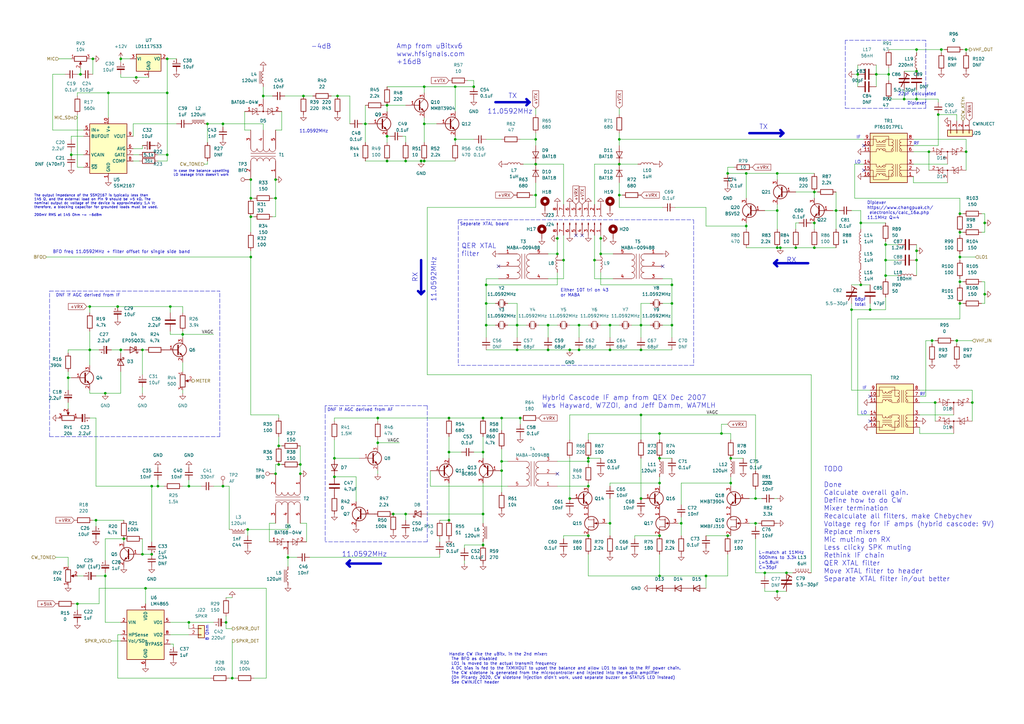
<source format=kicad_sch>
(kicad_sch (version 20211123) (generator eeschema)

  (uuid 0e592cd4-1950-44ef-9727-8e526f4c4e12)

  (paper "A3")

  (title_block
    (title "DART-70 TRX")
    (date "2023-02-02")
    (rev "0")
    (company "HB9EGM")
    (comment 1 "A 4m Band SSB/CW Transceiver")
    (comment 2 "Baseband")
  )

  

  (junction (at 68.58 24.13) (diameter 0) (color 0 0 0 0)
    (uuid 007433ed-6d80-48ba-9527-0a8470b6050a)
  )
  (junction (at 186.69 57.15) (diameter 0) (color 0 0 0 0)
    (uuid 0079a40d-5664-4eb5-a4a1-35e197c9e578)
  )
  (junction (at 172.72 66.04) (diameter 0) (color 0 0 0 0)
    (uuid 027f19f3-a3d5-4daa-a96e-c5d9a71c1df8)
  )
  (junction (at 158.75 55.88) (diameter 0) (color 0 0 0 0)
    (uuid 02d8bab6-e62a-43d8-ae0a-47eb8be52f66)
  )
  (junction (at 58.42 143.51) (diameter 0) (color 0 0 0 0)
    (uuid 059f4155-bed3-4fb2-9baa-d569f31b7e5d)
  )
  (junction (at 320.04 101.6) (diameter 0) (color 0 0 0 0)
    (uuid 076a6a07-11fa-4191-a538-035a47a6b026)
  )
  (junction (at 199.39 124.46) (diameter 0) (color 0 0 0 0)
    (uuid 08e3fbcd-b24c-43b5-a2a5-3ed606084464)
  )
  (junction (at 375.92 20.32) (diameter 0) (color 0 0 0 0)
    (uuid 0e0e432b-78ea-4677-9624-cfa175a66f05)
  )
  (junction (at 262.89 143.51) (diameter 0) (color 0 0 0 0)
    (uuid 0e565d2a-00bb-4f20-8e2e-0f824e8d2762)
  )
  (junction (at 356.87 127) (diameter 0) (color 0 0 0 0)
    (uuid 0e79f50c-6749-4775-a4f9-1113788b2e6b)
  )
  (junction (at 241.3 189.23) (diameter 0) (color 0 0 0 0)
    (uuid 0f8367d0-e4ea-40ae-8dac-4e16d60a532f)
  )
  (junction (at 298.45 71.12) (diameter 0) (color 0 0 0 0)
    (uuid 1012b60c-7995-4cf6-a029-e4cda1fc26a4)
  )
  (junction (at 39.37 213.36) (diameter 0) (color 0 0 0 0)
    (uuid 1761eacf-5516-4f80-af22-ca5c2f3d7629)
  )
  (junction (at 173.99 50.8) (diameter 0) (color 0 0 0 0)
    (uuid 17a2367e-a2ff-4b57-83ee-9ab25894ec97)
  )
  (junction (at 68.58 38.1) (diameter 0) (color 0 0 0 0)
    (uuid 18381db9-5d7f-4848-9a07-251ba865a202)
  )
  (junction (at 48.26 125.73) (diameter 0) (color 0 0 0 0)
    (uuid 1843d2c0-629c-44e7-8460-03ced60a2111)
  )
  (junction (at 334.01 101.6) (diameter 0) (color 0 0 0 0)
    (uuid 1938c685-27ac-44a9-aab4-2c6ed50b8ec7)
  )
  (junction (at 295.91 177.8) (diameter 0) (color 0 0 0 0)
    (uuid 1a164a1f-45a6-43b7-9b64-349463c23d37)
  )
  (junction (at 166.37 210.82) (diameter 0) (color 0 0 0 0)
    (uuid 1c038126-c738-4381-b698-5c33c4341ae8)
  )
  (junction (at 262.89 204.47) (diameter 0) (color 0 0 0 0)
    (uuid 1de51305-582b-4628-8092-75c3cf54eea0)
  )
  (junction (at 113.03 194.31) (diameter 0) (color 0 0 0 0)
    (uuid 1e5b8adc-bfe4-4d62-8fbb-b09ad198c5b6)
  )
  (junction (at 233.68 143.51) (diameter 0) (color 0 0 0 0)
    (uuid 210630ed-a720-499f-8ec9-3630627e1e05)
  )
  (junction (at 194.31 35.56) (diameter 0) (color 0 0 0 0)
    (uuid 222d63d3-68ff-4a04-b7c3-6efd5c4ab9e1)
  )
  (junction (at 381 62.23) (diameter 0) (color 0 0 0 0)
    (uuid 223b72c8-191b-4d26-8e73-2beb56cb0a2b)
  )
  (junction (at 298.45 219.71) (diameter 0) (color 0 0 0 0)
    (uuid 22f086a0-4e36-4832-8e1e-3bdb65f5c3f2)
  )
  (junction (at 212.09 143.51) (diameter 0) (color 0 0 0 0)
    (uuid 24fd922c-d488-4d61-b6dc-9d3e359ccc82)
  )
  (junction (at 299.72 187.96) (diameter 0) (color 0 0 0 0)
    (uuid 2583e10f-d237-4b6a-a35d-cff26f964496)
  )
  (junction (at 384.81 46.99) (diameter 0) (color 0 0 0 0)
    (uuid 2752e81c-fd78-4adc-8a3e-c2100d5bd7d7)
  )
  (junction (at 44.45 38.1) (diameter 0) (color 0 0 0 0)
    (uuid 2792ed93-89db-4e51-99ff-281323e776eb)
  )
  (junction (at 43.18 161.29) (diameter 0) (color 0 0 0 0)
    (uuid 2ac61f93-ebdb-4844-a9b1-76718596cd8a)
  )
  (junction (at 158.75 43.18) (diameter 0) (color 0 0 0 0)
    (uuid 2cd3680a-9e9d-4c97-9125-39c64a75e644)
  )
  (junction (at 270.51 198.12) (diameter 0) (color 0 0 0 0)
    (uuid 2d264e2f-7e31-4a17-86c5-13a68ab3ff7e)
  )
  (junction (at 363.22 106.68) (diameter 0) (color 0 0 0 0)
    (uuid 2fd14c3b-7e81-4330-b4b6-7d3b5d88fd5c)
  )
  (junction (at 393.7 115.57) (diameter 0) (color 0 0 0 0)
    (uuid 2fdc7923-56aa-4f0e-b559-e1b2e79c3c8f)
  )
  (junction (at 114.3 190.5) (diameter 0) (color 0 0 0 0)
    (uuid 30a877c2-a2d2-45b6-a8fa-8c4567fd5621)
  )
  (junction (at 382.27 139.7) (diameter 0) (color 0 0 0 0)
    (uuid 30dc039a-a902-4295-a2ea-7a00c6153126)
  )
  (junction (at 318.77 71.12) (diameter 0) (color 0 0 0 0)
    (uuid 315201dd-7991-408a-b65b-aa397fb29cdd)
  )
  (junction (at 38.1 24.13) (diameter 0) (color 0 0 0 0)
    (uuid 335263d3-7e35-4a9c-83c2-cd71d45f0688)
  )
  (junction (at 383.54 165.1) (diameter 0) (color 0 0 0 0)
    (uuid 3365c11b-b4a5-418d-85ee-41028926f18a)
  )
  (junction (at 351.79 30.48) (diameter 0) (color 0 0 0 0)
    (uuid 3b4c9779-bcad-4732-8142-8c3ab8d0419f)
  )
  (junction (at 173.99 35.56) (diameter 0) (color 0 0 0 0)
    (uuid 3bd6009a-f48b-4c66-92de-4d24549b4c7d)
  )
  (junction (at 161.29 210.82) (diameter 0) (color 0 0 0 0)
    (uuid 3bf0f30a-4c02-4011-9e56-5268cd9a18bc)
  )
  (junction (at 198.12 171.45) (diameter 0) (color 0 0 0 0)
    (uuid 3e9deac2-8e86-484c-b76a-a334d0715f66)
  )
  (junction (at 403.86 120.65) (diameter 0) (color 0 0 0 0)
    (uuid 3f6ba890-8616-4e68-b9d0-3d4eacc2e5c7)
  )
  (junction (at 375.92 106.68) (diameter 0) (color 0 0 0 0)
    (uuid 3fcecab3-b47b-4a8c-9fb9-b323af94bc6b)
  )
  (junction (at 173.99 66.04) (diameter 0) (color 0 0 0 0)
    (uuid 43c88063-044a-47b7-b010-f3fb76152eec)
  )
  (junction (at 375.92 102.87) (diameter 0) (color 0 0 0 0)
    (uuid 446196fa-4af3-4fe1-9348-f02489c61276)
  )
  (junction (at 199.39 133.35) (diameter 0) (color 0 0 0 0)
    (uuid 460147d8-e4b6-4910-88e9-07d1ddd6c2df)
  )
  (junction (at 219.71 57.15) (diameter 0) (color 0 0 0 0)
    (uuid 485f8372-6f58-431e-9419-bfc90ad67732)
  )
  (junction (at 364.49 30.48) (diameter 0) (color 0 0 0 0)
    (uuid 4b3ba67b-606d-4750-abb9-54a01fd7bc1a)
  )
  (junction (at 212.09 133.35) (diameter 0) (color 0 0 0 0)
    (uuid 4b982f8b-ca29-4ebf-88fc-8a50b24e0802)
  )
  (junction (at 359.41 30.48) (diameter 0) (color 0 0 0 0)
    (uuid 4bcbab50-174d-4a4b-8660-c13a99f4d953)
  )
  (junction (at 246.38 104.14) (diameter 0) (color 0 0 0 0)
    (uuid 4d4b296b-354c-4f54-8b98-a9fec52fa110)
  )
  (junction (at 375.92 29.21) (diameter 0) (color 0 0 0 0)
    (uuid 4dbafe87-53e2-4b1b-b9d1-f029995a0c51)
  )
  (junction (at 91.44 50.8) (diameter 0) (color 0 0 0 0)
    (uuid 4f100da6-d6f9-4b77-90f1-fda986c2ed73)
  )
  (junction (at 113.03 81.28) (diameter 0) (color 0 0 0 0)
    (uuid 4f661a6f-98d8-4461-9401-113364b1e3a8)
  )
  (junction (at 184.15 213.36) (diameter 0) (color 0 0 0 0)
    (uuid 510aabe6-d19e-45d2-9ee4-74f6d2e6df89)
  )
  (junction (at 393.7 87.63) (diameter 0) (color 0 0 0 0)
    (uuid 56e3e10b-0165-4e27-9816-f40b5bb7e426)
  )
  (junction (at 275.59 133.35) (diameter 0) (color 0 0 0 0)
    (uuid 5c4341e3-29f4-4014-ad6b-9b4cb50156a6)
  )
  (junction (at 246.38 97.79) (diameter 0) (color 0 0 0 0)
    (uuid 5d58706a-c013-405c-9112-847886006796)
  )
  (junction (at 262.89 133.35) (diameter 0) (color 0 0 0 0)
    (uuid 5dbda758-e74b-4ccf-ad68-495d537d68ba)
  )
  (junction (at 275.59 124.46) (diameter 0) (color 0 0 0 0)
    (uuid 5fc44bfc-3a32-42f5-89ff-303d655beeb1)
  )
  (junction (at 198.12 223.52) (diameter 0) (color 0 0 0 0)
    (uuid 611c0051-64b3-4ff6-b51a-6ea814324060)
  )
  (junction (at 69.85 125.73) (diameter 0) (color 0 0 0 0)
    (uuid 62ed984b-c070-4de1-bd86-30aeb09fb9cd)
  )
  (junction (at 326.39 101.6) (diameter 0) (color 0 0 0 0)
    (uuid 6333a58f-0905-40bf-8806-a9405483f292)
  )
  (junction (at 138.43 39.37) (diameter 0) (color 0 0 0 0)
    (uuid 67d87795-1d4f-4f21-9afa-f7da30e8b867)
  )
  (junction (at 342.9 86.36) (diameter 0) (color 0 0 0 0)
    (uuid 6bdd7ca9-a767-4e33-bf37-498b319fce63)
  )
  (junction (at 102.87 88.9) (diameter 0) (color 0 0 0 0)
    (uuid 6e61ed05-4ce2-4d6e-b300-e8935e213361)
  )
  (junction (at 62.23 227.33) (diameter 0) (color 0 0 0 0)
    (uuid 707b1436-6255-4e74-ac3c-e365f258d4c7)
  )
  (junction (at 270.51 236.22) (diameter 0) (color 0 0 0 0)
    (uuid 711716b4-cb3c-40a8-915f-7a9cd1c1a345)
  )
  (junction (at 306.07 92.71) (diameter 0) (color 0 0 0 0)
    (uuid 71548298-edf3-48ed-bda9-4f920bb3ffda)
  )
  (junction (at 334.01 91.44) (diameter 0) (color 0 0 0 0)
    (uuid 7203aae8-7ab5-4754-be1f-92fd79bf7883)
  )
  (junction (at 228.6 104.14) (diameter 0) (color 0 0 0 0)
    (uuid 7292e3c7-8290-4fad-a17c-92a17c78ac6c)
  )
  (junction (at 254 57.15) (diameter 0) (color 0 0 0 0)
    (uuid 782fd8fa-9fb0-44b6-bdfd-23367a676327)
  )
  (junction (at 299.72 198.12) (diameter 0) (color 0 0 0 0)
    (uuid 79aa4561-3272-488a-aacc-d24a783bf3fa)
  )
  (junction (at 393.7 105.41) (diameter 0) (color 0 0 0 0)
    (uuid 88658da7-484b-4fb1-bd87-cf0fe9fbbc98)
  )
  (junction (at 318.77 86.36) (diameter 0) (color 0 0 0 0)
    (uuid 897a30bd-82ab-4191-9e1c-88c95eb420c0)
  )
  (junction (at 205.74 171.45) (diameter 0) (color 0 0 0 0)
    (uuid 89924c9d-894c-4783-bb98-91fe4fffc426)
  )
  (junction (at 363.22 100.33) (diameter 0) (color 0 0 0 0)
    (uuid 89a0992d-b4b4-4a98-9018-0c3e3ac7c4ed)
  )
  (junction (at 403.86 91.44) (diameter 0) (color 0 0 0 0)
    (uuid 8a030abd-885a-4b15-b74a-b44dc2b6c7d7)
  )
  (junction (at 334.01 78.74) (diameter 0) (color 0 0 0 0)
    (uuid 8cad30c6-cd21-4b04-8aa8-5dfd9876668a)
  )
  (junction (at 370.84 40.64) (diameter 0) (color 0 0 0 0)
    (uuid 8d45f61e-b48a-4d9a-9705-81179d1cee29)
  )
  (junction (at 92.71 255.27) (diameter 0) (color 0 0 0 0)
    (uuid 8d612602-5cc8-45dd-a943-2a29be4b9ede)
  )
  (junction (at 102.87 81.28) (diameter 0) (color 0 0 0 0)
    (uuid 8edc9989-feda-4190-96e8-8ba0ca953891)
  )
  (junction (at 43.18 236.22) (diameter 0) (color 0 0 0 0)
    (uuid 8f57152a-781e-4e8e-b36c-e81f9a864e3b)
  )
  (junction (at 49.53 24.13) (diameter 0) (color 0 0 0 0)
    (uuid 8fd35ceb-d608-4169-ae56-e892681304a9)
  )
  (junction (at 250.19 214.63) (diameter 0) (color 0 0 0 0)
    (uuid 91049a94-ccf8-463e-ab05-8a76a56be653)
  )
  (junction (at 309.88 214.63) (diameter 0) (color 0 0 0 0)
    (uuid 9134413a-edf3-40ce-9ec2-93a536746842)
  )
  (junction (at 318.77 242.57) (diameter 0) (color 0 0 0 0)
    (uuid 92b5166e-7b6a-4c31-94b5-b9d3f56f30b6)
  )
  (junction (at 205.74 189.23) (diameter 0) (color 0 0 0 0)
    (uuid 94a7e072-a853-4895-a974-0e863ac9edc2)
  )
  (junction (at 113.03 73.66) (diameter 0) (color 0 0 0 0)
    (uuid 9501ad82-8c5c-4bd6-a4e5-d738b7099508)
  )
  (junction (at 224.79 133.35) (diameter 0) (color 0 0 0 0)
    (uuid 9666bb6a-0c1d-4c92-be6d-94a465ec5c51)
  )
  (junction (at 64.77 199.39) (diameter 0) (color 0 0 0 0)
    (uuid 97e09b83-0572-4634-8ce7-0a86f1339fd8)
  )
  (junction (at 107.95 39.37) (diameter 0) (color 0 0 0 0)
    (uuid 983034d1-18ea-4dac-8753-9630cc5e0592)
  )
  (junction (at 386.08 20.32) (diameter 0) (color 0 0 0 0)
    (uuid 9873db56-1f37-4fe2-98ad-60e4c87af40c)
  )
  (junction (at 275.59 116.84) (diameter 0) (color 0 0 0 0)
    (uuid 9918dbb5-067b-4f72-a60f-e99dd790b7bf)
  )
  (junction (at 270.51 177.8) (diameter 0) (color 0 0 0 0)
    (uuid 994aaeb0-a945-4297-8f22-64b15ec2470b)
  )
  (junction (at 254 80.01) (diameter 0) (color 0 0 0 0)
    (uuid 99c68e22-79ac-4df3-82ed-69d5274feb54)
  )
  (junction (at 363.22 113.03) (diameter 0) (color 0 0 0 0)
    (uuid 9a438e91-12f1-4003-9587-51635f0ae695)
  )
  (junction (at 219.71 80.01) (diameter 0) (color 0 0 0 0)
    (uuid 9cae7022-94ae-4784-b773-30ffde5822a7)
  )
  (junction (at 102.87 73.66) (diameter 0) (color 0 0 0 0)
    (uuid 9d0f1857-3b05-4e01-b461-94289f64ce4a)
  )
  (junction (at 123.19 194.31) (diameter 0) (color 0 0 0 0)
    (uuid 9d1032f1-04b7-4a45-a406-c5f306a5a4a3)
  )
  (junction (at 393.7 95.25) (diameter 0) (color 0 0 0 0)
    (uuid a4615cb6-40e1-4e6b-aa44-484a7357f4a4)
  )
  (junction (at 198.12 185.42) (diameter 0) (color 0 0 0 0)
    (uuid a4ec02e9-e140-4dcc-958f-47f7624526cb)
  )
  (junction (at 36.83 125.73) (diameter 0) (color 0 0 0 0)
    (uuid a65cad0c-0ef1-4ea5-a965-4eae7ac1f6af)
  )
  (junction (at 231.14 106.68) (diameter 0) (color 0 0 0 0)
    (uuid a662cdd6-a57e-4364-b8b3-c025c426c5be)
  )
  (junction (at 31.75 247.65) (diameter 0) (color 0 0 0 0)
    (uuid a69f72c8-ce0f-4293-bf44-c6832495c836)
  )
  (junction (at 77.47 199.39) (diameter 0) (color 0 0 0 0)
    (uuid a7cad282-51c3-4f24-be5e-311c2c5e959b)
  )
  (junction (at 137.16 195.58) (diameter 0) (color 0 0 0 0)
    (uuid a8675aa5-24f4-4a65-9564-259800e24a61)
  )
  (junction (at 228.6 97.79) (diameter 0) (color 0 0 0 0)
    (uuid aa537d78-628c-458e-8a08-c2dae82aca82)
  )
  (junction (at 318.77 101.6) (diameter 0) (color 0 0 0 0)
    (uuid aad5fe2f-2964-4c2f-90b5-8ec10e02fb70)
  )
  (junction (at 158.75 66.04) (diameter 0) (color 0 0 0 0)
    (uuid ab5a5163-9113-4726-bc7a-7e25f5bcb137)
  )
  (junction (at 27.94 154.94) (diameter 0) (color 0 0 0 0)
    (uuid ac0e5582-f44c-4bc2-8ae7-2c3f1115fb00)
  )
  (junction (at 33.02 30.48) (diameter 0) (color 0 0 0 0)
    (uuid ad2d033c-4040-4813-b5da-82cf827f9d86)
  )
  (junction (at 237.49 133.35) (diameter 0) (color 0 0 0 0)
    (uuid ad485fa9-ca4c-467a-b6d9-302ae2ec4eaa)
  )
  (junction (at 91.44 199.39) (diameter 0) (color 0 0 0 0)
    (uuid ae4c18cc-90ed-4d31-b27a-ee22bf49a14e)
  )
  (junction (at 237.49 143.51) (diameter 0) (color 0 0 0 0)
    (uuid aed41e50-066a-4d5d-9b35-33c86a58f817)
  )
  (junction (at 309.88 204.47) (diameter 0) (color 0 0 0 0)
    (uuid b046cbfe-7bd9-4ac8-9c60-a84b90a07076)
  )
  (junction (at 198.12 210.82) (diameter 0) (color 0 0 0 0)
    (uuid b0bd599f-5320-4de4-9844-b1248597f45d)
  )
  (junction (at 59.69 241.3) (diameter 0) (color 0 0 0 0)
    (uuid b2c93e47-1b35-4bce-b217-c95c59af9fea)
  )
  (junction (at 102.87 105.41) (diameter 0) (color 0 0 0 0)
    (uuid b2fc5a98-a9c8-4ffb-bf05-9a95788a6f6e)
  )
  (junction (at 199.39 116.84) (diameter 0) (color 0 0 0 0)
    (uuid b3ba518e-938d-434b-8f72-5ecf3fd42313)
  )
  (junction (at 154.94 181.61) (diameter 0) (color 0 0 0 0)
    (uuid b52e2ac1-1ad4-4299-a3b7-5950aeda9b09)
  )
  (junction (at 219.71 67.31) (diameter 0) (color 0 0 0 0)
    (uuid b55942a4-2e67-4c91-a2e2-17d287af1b39)
  )
  (junction (at 58.42 227.33) (diameter 0) (color 0 0 0 0)
    (uuid b67c5032-3958-4f67-8cff-2bc749aa2559)
  )
  (junction (at 68.58 63.5) (diameter 0) (color 0 0 0 0)
    (uuid b6a3e709-356a-4a55-ac00-07ba73afac37)
  )
  (junction (at 313.69 234.95) (diameter 0) (color 0 0 0 0)
    (uuid b7b0b83f-2dad-41a6-8e3b-dd0617021680)
  )
  (junction (at 233.68 204.47) (diameter 0) (color 0 0 0 0)
    (uuid bb8fc86a-138e-468d-a6f3-4d425bea2798)
  )
  (junction (at 241.3 199.39) (diameter 0) (color 0 0 0 0)
    (uuid bcb7b50e-e30b-4748-9ad3-15fd19268fd8)
  )
  (junction (at 270.51 187.96) (diameter 0) (color 0 0 0 0)
    (uuid bdd38f4a-d1f5-49ea-86a0-7074369f7406)
  )
  (junction (at 101.6 217.17) (diameter 0) (color 0 0 0 0)
    (uuid bf1cf86a-4cef-455a-b67c-093dbb9970e5)
  )
  (junction (at 95.25 278.13) (diameter 0) (color 0 0 0 0)
    (uuid bff74fb8-2e53-4140-9d30-8bb9b336dda4)
  )
  (junction (at 50.8 220.98) (diameter 0) (color 0 0 0 0)
    (uuid c07980be-125c-4459-be81-f2b8371f5ae2)
  )
  (junction (at 205.74 193.04) (diameter 0) (color 0 0 0 0)
    (uuid c41a688f-80a3-4252-bb37-134631846db3)
  )
  (junction (at 250.19 143.51) (diameter 0) (color 0 0 0 0)
    (uuid c8816f2b-d043-4f02-8988-815e5e7435ee)
  )
  (junction (at 118.11 228.6) (diameter 0) (color 0 0 0 0)
    (uuid c8c4fbfe-4e9c-445d-882a-7f1bac80adc8)
  )
  (junction (at 250.19 133.35) (diameter 0) (color 0 0 0 0)
    (uuid ca2ddb3d-eff7-4148-ac57-d5c14ba8be31)
  )
  (junction (at 55.88 31.75) (diameter 0) (color 0 0 0 0)
    (uuid ca3e4813-ee52-41fc-be54-f33d5d572e76)
  )
  (junction (at 393.7 124.46) (diameter 0) (color 0 0 0 0)
    (uuid ca5a4e59-a0d9-41f3-a4f9-8e9003dc636c)
  )
  (junction (at 241.3 187.96) (diameter 0) (color 0 0 0 0)
    (uuid cf4a7a0f-4b62-4a14-8810-1f9be9bb8bca)
  )
  (junction (at 375.92 40.64) (diameter 0) (color 0 0 0 0)
    (uuid cfd26f0b-c959-40e8-8a7e-48204bb5c64f)
  )
  (junction (at 224.79 143.51) (diameter 0) (color 0 0 0 0)
    (uuid d3e01bdf-5c14-407f-80a1-1d934fc04fab)
  )
  (junction (at 149.86 50.8) (diameter 0) (color 0 0 0 0)
    (uuid d46cfddd-ae59-45a8-a05e-501b77d91351)
  )
  (junction (at 124.46 39.37) (diameter 0) (color 0 0 0 0)
    (uuid d47b6e93-2883-4b61-9107-b49e482eb126)
  )
  (junction (at 270.51 219.71) (diameter 0) (color 0 0 0 0)
    (uuid d5fa5081-044e-4305-8f5d-d2a56bf86d29)
  )
  (junction (at 77.47 255.27) (diameter 0) (color 0 0 0 0)
    (uuid d6fda246-3399-48cd-8a06-99bbdf8c75e4)
  )
  (junction (at 241.3 219.71) (diameter 0) (color 0 0 0 0)
    (uuid d703d54e-2823-4563-98c8-59d8b8b54fec)
  )
  (junction (at 166.37 66.04) (diameter 0) (color 0 0 0 0)
    (uuid d774c163-0e71-4e59-99e8-33a6c910c00d)
  )
  (junction (at 62.23 199.39) (diameter 0) (color 0 0 0 0)
    (uuid d7d4c350-2318-4a09-b921-0a78963f6666)
  )
  (junction (at 254 67.31) (diameter 0) (color 0 0 0 0)
    (uuid d964cb21-9482-4b14-9981-964030a476a5)
  )
  (junction (at 396.24 62.23) (diameter 0) (color 0 0 0 0)
    (uuid daa9b5c5-21a2-4482-b81a-69bb9f749fb7)
  )
  (junction (at 186.69 35.56) (diameter 0) (color 0 0 0 0)
    (uuid dcdfeb28-863e-4a43-ad64-f6e45863b4d7)
  )
  (junction (at 213.36 171.45) (diameter 0) (color 0 0 0 0)
    (uuid ddaaa428-40ee-45ee-a789-6961e25a11bb)
  )
  (junction (at 392.43 139.7) (diameter 0) (color 0 0 0 0)
    (uuid de1eb50d-ef90-4d0d-a112-fc865a422b99)
  )
  (junction (at 289.56 236.22) (diameter 0) (color 0 0 0 0)
    (uuid df231e82-dc0c-49c1-a01b-d2be84591ff3)
  )
  (junction (at 322.58 234.95) (diameter 0) (color 0 0 0 0)
    (uuid e15f6002-d342-413a-a773-225c5f4cfb04)
  )
  (junction (at 396.24 20.32) (diameter 0) (color 0 0 0 0)
    (uuid e2d27bd1-d4c5-4321-a13b-160cb2d6015d)
  )
  (junction (at 49.53 143.51) (diameter 0) (color 0 0 0 0)
    (uuid e3903eeb-8b72-4b40-a088-cbbba270c01b)
  )
  (junction (at 184.15 171.45) (diameter 0) (color 0 0 0 0)
    (uuid e68e2295-e5ad-41e7-931d-7bf2c40e2981)
  )
  (junction (at 279.4 214.63) (diameter 0) (color 0 0 0 0)
    (uuid e736b041-4756-4726-980f-1b93cf00a2ad)
  )
  (junction (at 243.84 106.68) (diameter 0) (color 0 0 0 0)
    (uuid e7eee956-d2ad-4d33-9823-9759f9a8aab1)
  )
  (junction (at 74.93 137.16) (diameter 0) (color 0 0 0 0)
    (uuid e8558fbd-ea42-43a6-966a-7bd304bdfaad)
  )
  (junction (at 353.06 91.44) (diameter 0) (color 0 0 0 0)
    (uuid e8822f44-e7ca-47f3-a9bc-951244c889e7)
  )
  (junction (at 36.83 143.51) (diameter 0) (color 0 0 0 0)
    (uuid eac540a2-0555-4530-b9cb-9b037a65c0a7)
  )
  (junction (at 114.3 182.88) (diameter 0) (color 0 0 0 0)
    (uuid eb3c65f0-3082-4c13-98c1-cac8dc7eccac)
  )
  (junction (at 137.16 187.96) (diameter 0) (color 0 0 0 0)
    (uuid ecba702e-9fb5-4bd7-9b08-5197492ec54b)
  )
  (junction (at 349.25 127) (diameter 0) (color 0 0 0 0)
    (uuid ef4c798c-4721-49f1-8016-e362a6672715)
  )
  (junction (at 398.78 165.1) (diameter 0) (color 0 0 0 0)
    (uuid efac21da-3f93-4ae4-bab8-dbdec293c35e)
  )
  (junction (at 306.07 71.12) (diameter 0) (color 0 0 0 0)
    (uuid f02e930f-fe1a-4921-a9df-ee330f41d2bd)
  )
  (junction (at 154.94 171.45) (diameter 0) (color 0 0 0 0)
    (uuid f1a9e2a2-6347-4852-b335-cf8402c433a4)
  )
  (junction (at 353.06 116.84) (diameter 0) (color 0 0 0 0)
    (uuid f22dadd7-4a1b-4449-b981-cbbeced9fbc5)
  )
  (junction (at 85.09 50.8) (diameter 0) (color 0 0 0 0)
    (uuid f9362574-7797-4e6e-9765-e515232ee831)
  )
  (junction (at 184.15 185.42) (diameter 0) (color 0 0 0 0)
    (uuid fb5d1a59-18d1-49ea-b504-10e76cce8897)
  )
  (junction (at 123.19 190.5) (diameter 0) (color 0 0 0 0)
    (uuid fbe71f6a-7e5a-41f1-9e6e-b2e94d49a3bc)
  )
  (junction (at 29.21 63.5) (diameter 0) (color 0 0 0 0)
    (uuid fe2b05f5-675b-44d0-956c-c5829b7c692a)
  )
  (junction (at 262.89 170.18) (diameter 0) (color 0 0 0 0)
    (uuid fe2ce942-d4c5-4b3f-a09e-cda9276450f6)
  )

  (no_connect (at 356.87 172.72) (uuid 112718f1-f222-4c50-a4f0-a42dabd066b7))
  (no_connect (at 236.22 96.52) (uuid 2b99a1e6-5f67-436f-9ed5-38e8bfd4c142))
  (no_connect (at 354.33 69.85) (uuid 36cd8509-4b06-4001-aa2f-00b548cb4477))
  (no_connect (at 204.47 109.22) (uuid 4866aeb4-d287-46eb-8d15-c55d9c708490))
  (no_connect (at 354.33 59.69) (uuid 6226f2ac-b9bf-4733-a388-cd49aa6934ae))
  (no_connect (at 356.87 162.56) (uuid 69a2fbd1-0689-4722-b099-d7d4b3a2c805))
  (no_connect (at 271.78 109.22) (uuid 8a4c8ee9-530e-4698-8694-1dcab411e819))
  (no_connect (at 228.6 194.31) (uuid afdb3662-3196-4d9d-b0e8-7f416bb5cd4f))
  (no_connect (at 238.76 96.52) (uuid ee08a6c2-528a-478b-9089-08fe9a37ec7e))

  (wire (pts (xy 403.86 87.63) (xy 403.86 91.44))
    (stroke (width 0) (type default) (color 0 0 0 0))
    (uuid 006436ec-9ab2-4589-83be-4667e52db3bf)
  )
  (wire (pts (xy 205.74 171.45) (xy 205.74 176.53))
    (stroke (width 0) (type default) (color 0 0 0 0))
    (uuid 00c27d59-c437-4bee-9cde-cbd48a34e31b)
  )
  (wire (pts (xy 318.77 83.82) (xy 318.77 86.36))
    (stroke (width 0) (type default) (color 0 0 0 0))
    (uuid 00cf6024-5820-4cff-8981-5be2b438caf3)
  )
  (wire (pts (xy 87.63 199.39) (xy 91.44 199.39))
    (stroke (width 0) (type default) (color 0 0 0 0))
    (uuid 0113fe75-9787-49bd-865f-03242ce2a366)
  )
  (wire (pts (xy 219.71 57.15) (xy 219.71 54.61))
    (stroke (width 0) (type default) (color 0 0 0 0))
    (uuid 0125f083-fa2b-4a11-85be-7853b609b001)
  )
  (wire (pts (xy 359.41 30.48) (xy 359.41 35.56))
    (stroke (width 0) (type default) (color 0 0 0 0))
    (uuid 01c67c04-8ed4-481b-b382-ac69e0a55001)
  )
  (wire (pts (xy 68.58 66.04) (xy 64.77 66.04))
    (stroke (width 0) (type default) (color 0 0 0 0))
    (uuid 01caafb3-af8a-4642-870c-c290b286d040)
  )
  (wire (pts (xy 219.71 74.93) (xy 219.71 80.01))
    (stroke (width 0) (type default) (color 0 0 0 0))
    (uuid 01cceb30-c85f-4510-b324-8d17341fc730)
  )
  (wire (pts (xy 166.37 43.18) (xy 158.75 43.18))
    (stroke (width 0) (type default) (color 0 0 0 0))
    (uuid 01f0181c-303d-46c7-ba34-20eee1c48cd1)
  )
  (wire (pts (xy 173.99 50.8) (xy 179.07 50.8))
    (stroke (width 0) (type default) (color 0 0 0 0))
    (uuid 0222c276-ce98-44cf-9ac7-d0d00163570d)
  )
  (wire (pts (xy 190.5 231.14) (xy 190.5 229.87))
    (stroke (width 0) (type default) (color 0 0 0 0))
    (uuid 027fc545-8a42-4646-8424-467711418116)
  )
  (wire (pts (xy 114.3 170.18) (xy 114.3 171.45))
    (stroke (width 0) (type default) (color 0 0 0 0))
    (uuid 0332aa97-cadc-4e7a-b8af-ca59e255597d)
  )
  (wire (pts (xy 173.99 66.04) (xy 186.69 66.04))
    (stroke (width 0) (type default) (color 0 0 0 0))
    (uuid 035d062f-f875-4853-8ca1-a348c3967bb1)
  )
  (wire (pts (xy 113.03 214.63) (xy 110.49 214.63))
    (stroke (width 0) (type default) (color 0 0 0 0))
    (uuid 03b7756f-0559-43eb-b24d-3aefa5a15899)
  )
  (wire (pts (xy 394.97 20.32) (xy 396.24 20.32))
    (stroke (width 0) (type default) (color 0 0 0 0))
    (uuid 03ce6745-00b2-4d2b-bad7-eb9745172859)
  )
  (wire (pts (xy 166.37 210.82) (xy 161.29 210.82))
    (stroke (width 0) (type default) (color 0 0 0 0))
    (uuid 03dd13e2-d89f-47ed-8a2f-ce75e7a97ef3)
  )
  (wire (pts (xy 262.89 133.35) (xy 266.7 133.35))
    (stroke (width 0) (type default) (color 0 0 0 0))
    (uuid 042fe62b-53aa-4e86-97d0-9ccb1e16a895)
  )
  (wire (pts (xy 379.73 139.7) (xy 382.27 139.7))
    (stroke (width 0) (type default) (color 0 0 0 0))
    (uuid 0437af13-5b81-4e18-82d5-0ec28c5d895f)
  )
  (wire (pts (xy 374.65 74.93) (xy 374.65 72.39))
    (stroke (width 0) (type default) (color 0 0 0 0))
    (uuid 047a18ce-9e77-4d7d-a9ce-60b21f671177)
  )
  (wire (pts (xy 31.75 68.58) (xy 34.29 68.58))
    (stroke (width 0) (type default) (color 0 0 0 0))
    (uuid 04868f85-bc69-4fa9-8e62-d78ffe5ae58e)
  )
  (wire (pts (xy 396.24 20.32) (xy 397.51 20.32))
    (stroke (width 0) (type default) (color 0 0 0 0))
    (uuid 04ef368b-f4e9-48da-956c-ee93cb3d01e8)
  )
  (wire (pts (xy 363.22 106.68) (xy 363.22 113.03))
    (stroke (width 0) (type default) (color 0 0 0 0))
    (uuid 05ddadd4-94df-4d6a-b500-ff320675ba33)
  )
  (wire (pts (xy 241.3 227.33) (xy 241.3 236.22))
    (stroke (width 0) (type default) (color 0 0 0 0))
    (uuid 066671d9-1fdf-4a05-a7e7-cadb7d44b89f)
  )
  (wire (pts (xy 356.87 124.46) (xy 356.87 127))
    (stroke (width 0) (type default) (color 0 0 0 0))
    (uuid 06fedb5b-65dd-4aa0-9e2d-b04e5a505f26)
  )
  (wire (pts (xy 208.28 124.46) (xy 212.09 124.46))
    (stroke (width 0) (type default) (color 0 0 0 0))
    (uuid 082d865b-0a4e-49c3-b18b-be47fd4a465a)
  )
  (wire (pts (xy 382.27 139.7) (xy 383.54 139.7))
    (stroke (width 0) (type default) (color 0 0 0 0))
    (uuid 0830aef1-c986-42f8-ba6a-a3fcacbf0210)
  )
  (wire (pts (xy 309.88 234.95) (xy 309.88 220.98))
    (stroke (width 0) (type default) (color 0 0 0 0))
    (uuid 08c8f1b4-737d-438b-967e-a77cce3833c0)
  )
  (wire (pts (xy 58.42 143.51) (xy 58.42 153.67))
    (stroke (width 0) (type default) (color 0 0 0 0))
    (uuid 09321bf4-1ea1-49b5-b1f9-ac29d6606a74)
  )
  (wire (pts (xy 173.99 35.56) (xy 186.69 35.56))
    (stroke (width 0) (type default) (color 0 0 0 0))
    (uuid 0943dfff-08fd-4176-a97a-8e271f47b148)
  )
  (wire (pts (xy 393.7 105.41) (xy 393.7 104.14))
    (stroke (width 0) (type default) (color 0 0 0 0))
    (uuid 09aa0d32-f4dc-42fd-a756-e1229737bd34)
  )
  (wire (pts (xy 289.56 236.22) (xy 289.56 241.3))
    (stroke (width 0) (type default) (color 0 0 0 0))
    (uuid 0a0c053c-54e0-4f14-b909-036d0c5fbf08)
  )
  (wire (pts (xy 158.75 43.18) (xy 158.75 45.72))
    (stroke (width 0) (type default) (color 0 0 0 0))
    (uuid 0a80373e-7854-41a7-8441-30fd81967887)
  )
  (wire (pts (xy 254 74.93) (xy 254 80.01))
    (stroke (width 0) (type default) (color 0 0 0 0))
    (uuid 0a9f993d-d83a-4cdc-bae3-0f40dd545220)
  )
  (wire (pts (xy 279.4 198.12) (xy 299.72 198.12))
    (stroke (width 0) (type default) (color 0 0 0 0))
    (uuid 0b5e9f79-a50b-4078-b2be-eff1d45ab7fc)
  )
  (wire (pts (xy 219.71 80.01) (xy 219.71 85.09))
    (stroke (width 0) (type default) (color 0 0 0 0))
    (uuid 0c3bb475-57a3-4465-801b-1823c9a733cc)
  )
  (wire (pts (xy 309.88 234.95) (xy 313.69 234.95))
    (stroke (width 0) (type default) (color 0 0 0 0))
    (uuid 0dc79dd3-c584-4173-b914-e6a8bcd18e45)
  )
  (wire (pts (xy 36.83 135.89) (xy 36.83 143.51))
    (stroke (width 0) (type default) (color 0 0 0 0))
    (uuid 0e1c6bbc-4cc4-4ce9-b48a-8292bb286da8)
  )
  (wire (pts (xy 246.38 97.79) (xy 246.38 96.52))
    (stroke (width 0) (type default) (color 0 0 0 0))
    (uuid 0f4b5c7f-79aa-4c46-b222-58e7e288b195)
  )
  (wire (pts (xy 33.02 27.94) (xy 33.02 30.48))
    (stroke (width 0) (type default) (color 0 0 0 0))
    (uuid 100847e3-630c-4c13-ba45-180e92370805)
  )
  (wire (pts (xy 318.77 71.12) (xy 318.77 73.66))
    (stroke (width 0) (type default) (color 0 0 0 0))
    (uuid 10ef0d40-b427-4fac-bff7-e8ca2d279fd2)
  )
  (wire (pts (xy 166.37 66.04) (xy 172.72 66.04))
    (stroke (width 0) (type default) (color 0 0 0 0))
    (uuid 11ac1ac8-72b6-43ed-915e-50f87561daf8)
  )
  (wire (pts (xy 107.95 50.8) (xy 91.44 50.8))
    (stroke (width 0) (type default) (color 0 0 0 0))
    (uuid 12340fb8-cd9c-4069-beec-13d4d2ea0d99)
  )
  (polyline (pts (xy 307.34 54.61) (xy 321.31 54.61))
    (stroke (width 1) (type solid) (color 0 0 0 0))
    (uuid 1281d63b-9c8c-4454-9b2d-0bbbc27e2ae7)
  )

  (wire (pts (xy 44.45 38.1) (xy 68.58 38.1))
    (stroke (width 0) (type default) (color 0 0 0 0))
    (uuid 12e17856-cd8c-41a8-bb2e-9faca10b0973)
  )
  (wire (pts (xy 393.7 130.81) (xy 351.79 130.81))
    (stroke (width 0) (type default) (color 0 0 0 0))
    (uuid 15352954-5a6d-4167-94e3-a8475b279783)
  )
  (wire (pts (xy 43.18 234.95) (xy 43.18 236.22))
    (stroke (width 0) (type default) (color 0 0 0 0))
    (uuid 15e1025c-faeb-49ff-aaa3-6ba9acaabd98)
  )
  (wire (pts (xy 137.16 172.72) (xy 137.16 171.45))
    (stroke (width 0) (type default) (color 0 0 0 0))
    (uuid 1606d99f-0508-4f2e-b63b-47e62c4312ee)
  )
  (wire (pts (xy 386.08 21.59) (xy 386.08 20.32))
    (stroke (width 0) (type default) (color 0 0 0 0))
    (uuid 16070e3c-2cc9-4d09-bef3-8ceccb63947e)
  )
  (wire (pts (xy 36.83 125.73) (xy 36.83 128.27))
    (stroke (width 0) (type default) (color 0 0 0 0))
    (uuid 16aa2316-1a67-45e5-b6c4-e59dd85814f4)
  )
  (wire (pts (xy 334.01 71.12) (xy 318.77 71.12))
    (stroke (width 0) (type default) (color 0 0 0 0))
    (uuid 16b8184d-4364-4664-b33c-1e355c0b0e6c)
  )
  (wire (pts (xy 298.45 68.58) (xy 298.45 71.12))
    (stroke (width 0) (type default) (color 0 0 0 0))
    (uuid 171c47c2-e63c-45a5-b02c-078b78214786)
  )
  (wire (pts (xy 115.57 182.88) (xy 114.3 182.88))
    (stroke (width 0) (type default) (color 0 0 0 0))
    (uuid 17c93850-5ebd-4f0d-b8eb-52bf14b01af4)
  )
  (wire (pts (xy 186.69 35.56) (xy 194.31 35.56))
    (stroke (width 0) (type default) (color 0 0 0 0))
    (uuid 18723066-b973-43bf-8bbf-4c210121a928)
  )
  (wire (pts (xy 334.01 78.74) (xy 334.01 81.28))
    (stroke (width 0) (type default) (color 0 0 0 0))
    (uuid 189610aa-2967-4418-8b8b-b36bdf6bc60b)
  )
  (wire (pts (xy 375.92 100.33) (xy 375.92 102.87))
    (stroke (width 0) (type default) (color 0 0 0 0))
    (uuid 19028db1-670b-4d84-9d20-5aa2f8585dd7)
  )
  (wire (pts (xy 342.9 101.6) (xy 334.01 101.6))
    (stroke (width 0) (type default) (color 0 0 0 0))
    (uuid 1966977a-39df-4890-91de-0e8ae767b0a0)
  )
  (wire (pts (xy 186.69 57.15) (xy 194.31 57.15))
    (stroke (width 0) (type default) (color 0 0 0 0))
    (uuid 19a56892-f9d5-4508-ab75-59721c555275)
  )
  (wire (pts (xy 313.69 242.57) (xy 313.69 241.3))
    (stroke (width 0) (type default) (color 0 0 0 0))
    (uuid 1a255025-6cad-4a3e-8763-c9c3ba585d53)
  )
  (wire (pts (xy 326.39 101.6) (xy 320.04 101.6))
    (stroke (width 0) (type default) (color 0 0 0 0))
    (uuid 1a86e987-6d08-4b7a-b2e3-f89b9863e895)
  )
  (wire (pts (xy 146.05 195.58) (xy 146.05 205.74))
    (stroke (width 0) (type default) (color 0 0 0 0))
    (uuid 1a9613ab-fb34-4a02-8365-aadaa421dfaf)
  )
  (wire (pts (xy 27.94 143.51) (xy 36.83 143.51))
    (stroke (width 0) (type default) (color 0 0 0 0))
    (uuid 1a9f0d73-6986-450b-8da5-dca8d718cd0d)
  )
  (wire (pts (xy 375.92 20.32) (xy 386.08 20.32))
    (stroke (width 0) (type default) (color 0 0 0 0))
    (uuid 1b89864d-e042-4259-99ab-c96136a33a11)
  )
  (wire (pts (xy 350.52 67.31) (xy 350.52 81.28))
    (stroke (width 0) (type default) (color 0 0 0 0))
    (uuid 1c0378fb-8fa4-4942-8a64-86b9252ef636)
  )
  (wire (pts (xy 262.89 143.51) (xy 275.59 143.51))
    (stroke (width 0) (type default) (color 0 0 0 0))
    (uuid 1d8cbdb8-b0d5-4f06-84c8-05770b7e9555)
  )
  (wire (pts (xy 219.71 59.69) (xy 219.71 57.15))
    (stroke (width 0) (type default) (color 0 0 0 0))
    (uuid 1dbe419a-f71e-4ab5-9a49-e58e75747fdf)
  )
  (wire (pts (xy 118.11 217.17) (xy 101.6 217.17))
    (stroke (width 0) (type default) (color 0 0 0 0))
    (uuid 1dc9a7fa-415c-4243-97fb-46b0d627e89d)
  )
  (wire (pts (xy 137.16 171.45) (xy 154.94 171.45))
    (stroke (width 0) (type default) (color 0 0 0 0))
    (uuid 1ddbded3-4d65-49ba-8123-18c72e4b7f4a)
  )
  (wire (pts (xy 363.22 113.03) (xy 363.22 114.3))
    (stroke (width 0) (type default) (color 0 0 0 0))
    (uuid 1e2c0cdd-08a6-4586-b370-3ffc74205845)
  )
  (wire (pts (xy 243.84 106.68) (xy 243.84 114.3))
    (stroke (width 0) (type default) (color 0 0 0 0))
    (uuid 1e9638be-d271-44b9-9bc3-e37783c8782f)
  )
  (wire (pts (xy 158.75 66.04) (xy 166.37 66.04))
    (stroke (width 0) (type default) (color 0 0 0 0))
    (uuid 1f1052c4-d15a-450f-8bb0-3cc3f3592607)
  )
  (wire (pts (xy 250.19 204.47) (xy 250.19 214.63))
    (stroke (width 0) (type default) (color 0 0 0 0))
    (uuid 1f1c22b1-15a3-4e28-88a5-25ba2fbef197)
  )
  (wire (pts (xy 212.09 124.46) (xy 212.09 133.35))
    (stroke (width 0) (type default) (color 0 0 0 0))
    (uuid 1fd73780-e017-4e2c-9674-56cb6f09dc2d)
  )
  (wire (pts (xy 246.38 116.84) (xy 275.59 116.84))
    (stroke (width 0) (type default) (color 0 0 0 0))
    (uuid 2163a967-be2d-4344-a94d-f1b8da3dc3a3)
  )
  (wire (pts (xy 396.24 57.15) (xy 396.24 62.23))
    (stroke (width 0) (type default) (color 0 0 0 0))
    (uuid 2171e051-2b1c-4df3-9987-bb0d428437aa)
  )
  (wire (pts (xy 53.34 24.13) (xy 49.53 24.13))
    (stroke (width 0) (type default) (color 0 0 0 0))
    (uuid 219ed590-c887-4a37-b8cf-2c9225c6d07e)
  )
  (wire (pts (xy 69.85 135.89) (xy 69.85 137.16))
    (stroke (width 0) (type default) (color 0 0 0 0))
    (uuid 22591446-6d82-47ac-b525-9e9deb496c8c)
  )
  (wire (pts (xy 137.16 180.34) (xy 137.16 187.96))
    (stroke (width 0) (type default) (color 0 0 0 0))
    (uuid 231e5ae4-1791-4485-9a32-a64456488009)
  )
  (wire (pts (xy 111.76 88.9) (xy 113.03 88.9))
    (stroke (width 0) (type default) (color 0 0 0 0))
    (uuid 233c88a4-9a5e-42af-96fb-5079a0c4ddfe)
  )
  (wire (pts (xy 241.3 189.23) (xy 241.3 187.96))
    (stroke (width 0) (type default) (color 0 0 0 0))
    (uuid 25347fbb-8744-4d15-9949-de9866144f81)
  )
  (wire (pts (xy 270.51 177.8) (xy 241.3 177.8))
    (stroke (width 0) (type default) (color 0 0 0 0))
    (uuid 2556849b-244d-40cf-86de-101d00a3273d)
  )
  (wire (pts (xy 275.59 187.96) (xy 270.51 187.96))
    (stroke (width 0) (type default) (color 0 0 0 0))
    (uuid 25b40549-5004-4a9f-8c83-45a4561f2c44)
  )
  (wire (pts (xy 39.37 213.36) (xy 50.8 213.36))
    (stroke (width 0) (type default) (color 0 0 0 0))
    (uuid 268a679e-e023-47f5-8a31-2516b1c23479)
  )
  (wire (pts (xy 295.91 173.99) (xy 295.91 177.8))
    (stroke (width 0) (type default) (color 0 0 0 0))
    (uuid 27937394-9bb7-48f6-a154-02c32eca1c67)
  )
  (wire (pts (xy 342.9 78.74) (xy 342.9 86.36))
    (stroke (width 0) (type default) (color 0 0 0 0))
    (uuid 2812f45e-ebd6-42bd-b5eb-ed95214eca8f)
  )
  (wire (pts (xy 198.12 198.12) (xy 198.12 210.82))
    (stroke (width 0) (type default) (color 0 0 0 0))
    (uuid 287f053d-d517-4f77-a833-8d255e7a9f3f)
  )
  (wire (pts (xy 31.75 247.65) (xy 40.64 247.65))
    (stroke (width 0) (type default) (color 0 0 0 0))
    (uuid 29b8b23a-e7ee-4dc9-92e7-c3cadb119379)
  )
  (wire (pts (xy 335.28 78.74) (xy 334.01 78.74))
    (stroke (width 0) (type default) (color 0 0 0 0))
    (uuid 2a3e52a2-02c1-4de1-bbee-f4f094c5cf5c)
  )
  (wire (pts (xy 205.74 189.23) (xy 205.74 193.04))
    (stroke (width 0) (type default) (color 0 0 0 0))
    (uuid 2a63233b-a7a2-4c59-82c8-58a12efecada)
  )
  (wire (pts (xy 250.19 214.63) (xy 248.92 214.63))
    (stroke (width 0) (type default) (color 0 0 0 0))
    (uuid 2afd810b-02fc-4ddc-b23c-b8689ad0ab1d)
  )
  (wire (pts (xy 34.29 55.88) (xy 29.21 55.88))
    (stroke (width 0) (type default) (color 0 0 0 0))
    (uuid 2b878984-ad62-40d5-87be-d30f465ae2b3)
  )
  (wire (pts (xy 74.93 152.4) (xy 74.93 148.59))
    (stroke (width 0) (type default) (color 0 0 0 0))
    (uuid 2b894b8a-c098-4d9d-be0f-2ef41dea274e)
  )
  (wire (pts (xy 266.7 124.46) (xy 262.89 124.46))
    (stroke (width 0) (type default) (color 0 0 0 0))
    (uuid 2ba6a5e2-be81-4fda-a558-a7c1489b8584)
  )
  (wire (pts (xy 228.6 97.79) (xy 228.6 104.14))
    (stroke (width 0) (type default) (color 0 0 0 0))
    (uuid 2bb91631-ebd1-41f4-8f02-7d20cea9a1ea)
  )
  (wire (pts (xy 118.11 228.6) (xy 118.11 227.33))
    (stroke (width 0) (type default) (color 0 0 0 0))
    (uuid 2bc9d2d9-93de-4c12-bc6b-86b8c29f0aa6)
  )
  (wire (pts (xy 199.39 114.3) (xy 199.39 116.84))
    (stroke (width 0) (type default) (color 0 0 0 0))
    (uuid 2d4b6a63-930e-4ce6-8f19-abaabb68aafd)
  )
  (wire (pts (xy 349.25 160.02) (xy 349.25 127))
    (stroke (width 0) (type default) (color 0 0 0 0))
    (uuid 2dcb67f4-c872-4b2a-956a-523605159edb)
  )
  (wire (pts (xy 128.27 39.37) (xy 124.46 39.37))
    (stroke (width 0) (type default) (color 0 0 0 0))
    (uuid 2e63a8de-ed51-4777-8337-472b5b4f8240)
  )
  (wire (pts (xy 275.59 138.43) (xy 275.59 133.35))
    (stroke (width 0) (type default) (color 0 0 0 0))
    (uuid 2e6b1f7e-e4c3-43a1-ae90-c85aa40696d5)
  )
  (wire (pts (xy 259.08 133.35) (xy 262.89 133.35))
    (stroke (width 0) (type default) (color 0 0 0 0))
    (uuid 2ec9be40-1d5a-4e2d-8a4d-4be2d3c079d5)
  )
  (wire (pts (xy 353.06 86.36) (xy 353.06 91.44))
    (stroke (width 0) (type default) (color 0 0 0 0))
    (uuid 2f3f2305-6e67-4103-9727-21f03965c347)
  )
  (wire (pts (xy 214.63 67.31) (xy 219.71 67.31))
    (stroke (width 0) (type default) (color 0 0 0 0))
    (uuid 3026ca22-9079-411a-bec8-e95daa0137af)
  )
  (wire (pts (xy 125.73 214.63) (xy 123.19 214.63))
    (stroke (width 0) (type default) (color 0 0 0 0))
    (uuid 307b7b86-dfcd-43e5-adae-a42ec65f9c2c)
  )
  (wire (pts (xy 241.3 190.5) (xy 241.3 189.23))
    (stroke (width 0) (type default) (color 0 0 0 0))
    (uuid 31405bcc-b3b5-4799-beda-e88762b1ff65)
  )
  (wire (pts (xy 241.3 236.22) (xy 270.51 236.22))
    (stroke (width 0) (type default) (color 0 0 0 0))
    (uuid 314a73cd-4340-4691-9097-14e559730536)
  )
  (wire (pts (xy 233.68 170.18) (xy 233.68 180.34))
    (stroke (width 0) (type default) (color 0 0 0 0))
    (uuid 3276e29e-f986-4a1b-866c-9d3cbd2e5d3d)
  )
  (wire (pts (xy 186.69 45.72) (xy 186.69 35.56))
    (stroke (width 0) (type default) (color 0 0 0 0))
    (uuid 32d50c10-a20b-414f-afaf-7821cceaf33a)
  )
  (wire (pts (xy 26.67 30.48) (xy 21.59 30.48))
    (stroke (width 0) (type default) (color 0 0 0 0))
    (uuid 33b48673-c959-4510-b6fa-fd3f7bdb00fd)
  )
  (wire (pts (xy 64.77 63.5) (xy 68.58 63.5))
    (stroke (width 0) (type default) (color 0 0 0 0))
    (uuid 33b6dbe8-d555-4f35-a63c-27c75fa09ca7)
  )
  (wire (pts (xy 118.11 214.63) (xy 118.11 217.17))
    (stroke (width 0) (type default) (color 0 0 0 0))
    (uuid 33b8f01e-acf2-48c5-adde-e838f3dfad6d)
  )
  (wire (pts (xy 172.72 66.04) (xy 173.99 66.04))
    (stroke (width 0) (type default) (color 0 0 0 0))
    (uuid 341e0f4b-92fa-44cf-9e72-3a5fc025563e)
  )
  (wire (pts (xy 377.19 177.8) (xy 377.19 175.26))
    (stroke (width 0) (type default) (color 0 0 0 0))
    (uuid 34971b89-a71c-4b1e-9611-7fffde0ef9c4)
  )
  (wire (pts (xy 212.09 138.43) (xy 212.09 133.35))
    (stroke (width 0) (type default) (color 0 0 0 0))
    (uuid 35343f32-90ff-4059-a108-111fb444c3d2)
  )
  (wire (pts (xy 394.97 124.46) (xy 393.7 124.46))
    (stroke (width 0) (type default) (color 0 0 0 0))
    (uuid 3586fadc-dfb0-445d-9e9e-609ee49ba8a3)
  )
  (wire (pts (xy 27.94 160.02) (xy 27.94 154.94))
    (stroke (width 0) (type default) (color 0 0 0 0))
    (uuid 35e60fa0-27cf-4d0e-8bab-b364400c08c0)
  )
  (wire (pts (xy 123.19 194.31) (xy 123.19 190.5))
    (stroke (width 0) (type default) (color 0 0 0 0))
    (uuid 362da67e-2cbf-4626-b5c1-6c5ba9fb75f9)
  )
  (wire (pts (xy 208.28 189.23) (xy 205.74 189.23))
    (stroke (width 0) (type default) (color 0 0 0 0))
    (uuid 364f7692-8fd2-4996-8f00-fec21fff2827)
  )
  (wire (pts (xy 275.59 133.35) (xy 271.78 133.35))
    (stroke (width 0) (type default) (color 0 0 0 0))
    (uuid 36696ac6-2db1-4b52-ae3d-9f3c89d2042f)
  )
  (wire (pts (xy 332.74 153.67) (xy 175.26 153.67))
    (stroke (width 0) (type default) (color 0 0 0 0))
    (uuid 369c2242-d22f-4370-b888-6adc5e444aec)
  )
  (wire (pts (xy 43.18 220.98) (xy 50.8 220.98))
    (stroke (width 0) (type default) (color 0 0 0 0))
    (uuid 37776474-3e55-452d-b61d-56f6c437c0b7)
  )
  (wire (pts (xy 368.3 113.03) (xy 363.22 113.03))
    (stroke (width 0) (type default) (color 0 0 0 0))
    (uuid 37c4ff09-2526-492b-a9f8-7ea7ff67af23)
  )
  (wire (pts (xy 104.14 278.13) (xy 109.22 278.13))
    (stroke (width 0) (type default) (color 0 0 0 0))
    (uuid 37f9ff9e-4ac0-495a-8616-d843451c132e)
  )
  (polyline (pts (xy 20.32 179.07) (xy 20.32 119.38))
    (stroke (width 0) (type default) (color 0 0 0 0))
    (uuid 38a62d51-e863-4b0e-8f07-7e1cafdb4037)
  )

  (wire (pts (xy 49.53 260.35) (xy 48.26 260.35))
    (stroke (width 0) (type default) (color 0 0 0 0))
    (uuid 38d04039-5d82-48aa-b8b9-bc35b46616f0)
  )
  (wire (pts (xy 198.12 210.82) (xy 175.26 210.82))
    (stroke (width 0) (type default) (color 0 0 0 0))
    (uuid 393131ec-a9a2-4b13-8fa7-5bb85d9e7338)
  )
  (wire (pts (xy 199.39 116.84) (xy 199.39 124.46))
    (stroke (width 0) (type default) (color 0 0 0 0))
    (uuid 3a274653-eff3-4ffe-9be8-2bfd0950af0a)
  )
  (polyline (pts (xy 172.72 120.65) (xy 173.99 119.38))
    (stroke (width 1) (type solid) (color 0 0 0 0))
    (uuid 3a303245-2826-476f-837a-6c776ac8eec5)
  )
  (polyline (pts (xy 317.5 107.95) (xy 318.77 106.68))
    (stroke (width 1) (type default) (color 0 0 0 0))
    (uuid 3ae1ad84-1d31-4d2b-b989-ca9af6058aea)
  )

  (wire (pts (xy 384.81 46.99) (xy 384.81 59.69))
    (stroke (width 0) (type default) (color 0 0 0 0))
    (uuid 3b27dc08-2c00-4501-9b7e-e1fc9c4c1450)
  )
  (wire (pts (xy 237.49 133.35) (xy 241.3 133.35))
    (stroke (width 0) (type default) (color 0 0 0 0))
    (uuid 3c11bba2-1b60-442e-87b9-29fc89c74881)
  )
  (wire (pts (xy 318.77 204.47) (xy 317.5 204.47))
    (stroke (width 0) (type default) (color 0 0 0 0))
    (uuid 3ccaef01-74e6-4115-959d-fbd093047018)
  )
  (wire (pts (xy 243.84 114.3) (xy 251.46 114.3))
    (stroke (width 0) (type default) (color 0 0 0 0))
    (uuid 3ce385e6-83c9-457f-9081-a08d654779c4)
  )
  (wire (pts (xy 85.09 50.8) (xy 91.44 50.8))
    (stroke (width 0) (type default) (color 0 0 0 0))
    (uuid 3d0f8577-6ffa-41a9-8b25-878e6e828efa)
  )
  (wire (pts (xy 213.36 173.99) (xy 213.36 171.45))
    (stroke (width 0) (type default) (color 0 0 0 0))
    (uuid 3d84257e-dfac-4e83-ad7d-92150f9df1d8)
  )
  (wire (pts (xy 344.17 86.36) (xy 342.9 86.36))
    (stroke (width 0) (type default) (color 0 0 0 0))
    (uuid 3d93a3e9-87ac-4a3b-9b9e-a240dd18c534)
  )
  (wire (pts (xy 39.37 199.39) (xy 62.23 199.39))
    (stroke (width 0) (type default) (color 0 0 0 0))
    (uuid 3dac0765-17a2-43b9-bab1-cc5f50ce960f)
  )
  (wire (pts (xy 158.75 55.88) (xy 158.75 58.42))
    (stroke (width 0) (type default) (color 0 0 0 0))
    (uuid 3e47bf3b-545f-417b-95f8-0ce48a2e696b)
  )
  (wire (pts (xy 45.72 143.51) (xy 49.53 143.51))
    (stroke (width 0) (type default) (color 0 0 0 0))
    (uuid 3f206607-332e-4c96-8963-5302804f476f)
  )
  (wire (pts (xy 189.23 185.42) (xy 184.15 185.42))
    (stroke (width 0) (type default) (color 0 0 0 0))
    (uuid 3f2a51a5-354e-4662-86fe-5462c2bd8d58)
  )
  (wire (pts (xy 403.86 115.57) (xy 403.86 120.65))
    (stroke (width 0) (type default) (color 0 0 0 0))
    (uuid 3f89e29b-9d8f-481a-a517-85ca9e00b6c5)
  )
  (wire (pts (xy 31.75 46.99) (xy 31.75 68.58))
    (stroke (width 0) (type default) (color 0 0 0 0))
    (uuid 4102ae0e-3d75-40cd-957b-0b4db5d3f5ee)
  )
  (wire (pts (xy 74.93 161.29) (xy 74.93 160.02))
    (stroke (width 0) (type default) (color 0 0 0 0))
    (uuid 4116bfc2-eab3-4c29-a983-44eacd9f10f5)
  )
  (polyline (pts (xy 172.72 120.65) (xy 171.45 119.38))
    (stroke (width 1) (type default) (color 0 0 0 0))
    (uuid 4163deab-1cd6-41dd-a3a6-4003a316c140)
  )

  (wire (pts (xy 36.83 161.29) (xy 43.18 161.29))
    (stroke (width 0) (type default) (color 0 0 0 0))
    (uuid 4208e41d-1d0a-40b9-bf94-fcbeb6562f9d)
  )
  (wire (pts (xy 241.3 198.12) (xy 241.3 199.39))
    (stroke (width 0) (type default) (color 0 0 0 0))
    (uuid 421e1cc2-36a4-4dea-b009-97c228e970dc)
  )
  (wire (pts (xy 300.99 68.58) (xy 298.45 68.58))
    (stroke (width 0) (type default) (color 0 0 0 0))
    (uuid 42209508-7425-4ef6-9bd3-77e80b4d9abd)
  )
  (wire (pts (xy 270.51 198.12) (xy 270.51 199.39))
    (stroke (width 0) (type default) (color 0 0 0 0))
    (uuid 426d408a-ed40-43b4-b8c5-0e2c5087c1f6)
  )
  (polyline (pts (xy 175.26 166.37) (xy 133.35 166.37))
    (stroke (width 0) (type default) (color 0 0 0 0))
    (uuid 4284f916-8fed-4278-b00c-4c3f313faf80)
  )

  (wire (pts (xy 262.89 170.18) (xy 233.68 170.18))
    (stroke (width 0) (type default) (color 0 0 0 0))
    (uuid 437cfd94-f586-4649-a4a7-54b6265ccf76)
  )
  (wire (pts (xy 393.7 87.63) (xy 394.97 87.63))
    (stroke (width 0) (type default) (color 0 0 0 0))
    (uuid 444b90a0-e12f-4604-8031-264a2e3dcb20)
  )
  (wire (pts (xy 241.3 219.71) (xy 231.14 219.71))
    (stroke (width 0) (type default) (color 0 0 0 0))
    (uuid 44df90bf-029f-4262-a166-22df8e216390)
  )
  (wire (pts (xy 64.77 199.39) (xy 64.77 196.85))
    (stroke (width 0) (type default) (color 0 0 0 0))
    (uuid 44e993be-f2df-4e61-a598-dfd6e106a208)
  )
  (wire (pts (xy 309.88 204.47) (xy 307.34 204.47))
    (stroke (width 0) (type default) (color 0 0 0 0))
    (uuid 454e30d7-bcaa-4ad9-9d06-8047eb4476bc)
  )
  (wire (pts (xy 101.6 217.17) (xy 101.6 219.71))
    (stroke (width 0) (type default) (color 0 0 0 0))
    (uuid 45583653-c1b9-48b1-85eb-b50796173085)
  )
  (polyline (pts (xy 346.71 16.51) (xy 346.71 44.45))
    (stroke (width 0) (type default) (color 0 0 0 0))
    (uuid 461edb23-c1ec-4e0f-871a-a240c1cd3a36)
  )

  (wire (pts (xy 250.19 138.43) (xy 250.19 133.35))
    (stroke (width 0) (type default) (color 0 0 0 0))
    (uuid 462f8e7e-09c6-4676-ba4f-fd07b2868aa8)
  )
  (wire (pts (xy 191.77 33.02) (xy 194.31 33.02))
    (stroke (width 0) (type default) (color 0 0 0 0))
    (uuid 466b5642-6c10-45a7-84e5-76759a53f192)
  )
  (wire (pts (xy 110.49 214.63) (xy 110.49 222.25))
    (stroke (width 0) (type default) (color 0 0 0 0))
    (uuid 46ae2584-1b1d-400b-a946-46158d09b58d)
  )
  (wire (pts (xy 379.73 139.7) (xy 379.73 162.56))
    (stroke (width 0) (type default) (color 0 0 0 0))
    (uuid 46da1e60-4761-4966-96b0-d563aff527c6)
  )
  (wire (pts (xy 255.27 80.01) (xy 254 80.01))
    (stroke (width 0) (type default) (color 0 0 0 0))
    (uuid 479fe35f-e09c-4372-8e15-6784a7e3fd2e)
  )
  (polyline (pts (xy 284.48 90.17) (xy 284.48 149.86))
    (stroke (width 0) (type default) (color 0 0 0 0))
    (uuid 47e3424a-459d-4696-b1ce-e9ec51099a1c)
  )

  (wire (pts (xy 275.59 116.84) (xy 275.59 124.46))
    (stroke (width 0) (type default) (color 0 0 0 0))
    (uuid 47e8fba7-36e4-45b9-a8af-75005a86d254)
  )
  (wire (pts (xy 353.06 116.84) (xy 356.87 116.84))
    (stroke (width 0) (type default) (color 0 0 0 0))
    (uuid 492c5c5d-50ff-4f53-8bfe-dbeae65bd117)
  )
  (wire (pts (xy 231.14 220.98) (xy 231.14 219.71))
    (stroke (width 0) (type default) (color 0 0 0 0))
    (uuid 4931cfe6-a57f-424e-bedb-abc0697ca70b)
  )
  (polyline (pts (xy 142.24 231.14) (xy 143.51 229.87))
    (stroke (width 1) (type default) (color 0 0 0 0))
    (uuid 4a76b230-b78d-4796-9f68-c133f21f299a)
  )

  (wire (pts (xy 149.86 66.04) (xy 158.75 66.04))
    (stroke (width 0) (type default) (color 0 0 0 0))
    (uuid 4c76f766-86d7-4a64-b1aa-c2031c80d4f9)
  )
  (wire (pts (xy 306.07 92.71) (xy 306.07 91.44))
    (stroke (width 0) (type default) (color 0 0 0 0))
    (uuid 4cd21fa0-7b67-47f6-b094-824c04769f7a)
  )
  (wire (pts (xy 43.18 255.27) (xy 49.53 255.27))
    (stroke (width 0) (type default) (color 0 0 0 0))
    (uuid 4ce56cdb-8470-4b42-9ca5-e46d2f98344e)
  )
  (wire (pts (xy 43.18 220.98) (xy 43.18 229.87))
    (stroke (width 0) (type default) (color 0 0 0 0))
    (uuid 4cef478d-ce34-4d8e-8420-37dbcb7ebab2)
  )
  (wire (pts (xy 241.3 180.34) (xy 241.3 177.8))
    (stroke (width 0) (type default) (color 0 0 0 0))
    (uuid 4d49a0aa-f132-4d9a-8008-eb3731d0492a)
  )
  (wire (pts (xy 271.78 124.46) (xy 275.59 124.46))
    (stroke (width 0) (type default) (color 0 0 0 0))
    (uuid 4e43689e-9cf0-4146-b69d-54896ee090d3)
  )
  (wire (pts (xy 289.56 236.22) (xy 270.51 236.22))
    (stroke (width 0) (type default) (color 0 0 0 0))
    (uuid 4f4c7500-1079-402a-a4d0-1b3ec566c005)
  )
  (wire (pts (xy 113.03 81.28) (xy 113.03 88.9))
    (stroke (width 0) (type default) (color 0 0 0 0))
    (uuid 4f650738-cacc-469e-acc7-40ee5d49f8f4)
  )
  (wire (pts (xy 309.88 200.66) (xy 309.88 204.47))
    (stroke (width 0) (type default) (color 0 0 0 0))
    (uuid 4ff8f15b-b56c-4999-b071-e57847f73476)
  )
  (wire (pts (xy 194.31 185.42) (xy 198.12 185.42))
    (stroke (width 0) (type default) (color 0 0 0 0))
    (uuid 5030a7a1-a98a-4a1f-9156-d5d077f3c23f)
  )
  (wire (pts (xy 298.45 227.33) (xy 298.45 236.22))
    (stroke (width 0) (type default) (color 0 0 0 0))
    (uuid 50928973-c6f1-4b2b-a504-e4f02238a437)
  )
  (wire (pts (xy 354.33 67.31) (xy 350.52 67.31))
    (stroke (width 0) (type default) (color 0 0 0 0))
    (uuid 50c93d3b-a94c-4345-b9de-1bc66acdfbe1)
  )
  (wire (pts (xy 270.51 227.33) (xy 270.51 236.22))
    (stroke (width 0) (type default) (color 0 0 0 0))
    (uuid 51294bad-a7d2-4fff-a653-b88def9fe12f)
  )
  (wire (pts (xy 326.39 91.44) (xy 326.39 93.98))
    (stroke (width 0) (type default) (color 0 0 0 0))
    (uuid 5201a205-e70c-4273-9cc1-3a41fa9ea85e)
  )
  (wire (pts (xy 320.04 101.6) (xy 318.77 101.6))
    (stroke (width 0) (type default) (color 0 0 0 0))
    (uuid 5203ec46-5c15-40af-a728-fa3778c9831e)
  )
  (wire (pts (xy 391.16 177.8) (xy 377.19 177.8))
    (stroke (width 0) (type default) (color 0 0 0 0))
    (uuid 524b0bbc-ded0-4ac4-9d45-7316ae611d2e)
  )
  (wire (pts (xy 205.74 171.45) (xy 198.12 171.45))
    (stroke (width 0) (type default) (color 0 0 0 0))
    (uuid 53a7277a-bd72-4503-81ee-dc81381da923)
  )
  (wire (pts (xy 180.34 227.33) (xy 180.34 228.6))
    (stroke (width 0) (type default) (color 0 0 0 0))
    (uuid 548c7f77-c8cf-4755-8709-30d0d38f18ee)
  )
  (wire (pts (xy 270.51 198.12) (xy 250.19 198.12))
    (stroke (width 0) (type default) (color 0 0 0 0))
    (uuid 54b8142c-865d-46b7-bd41-9094b627d1ea)
  )
  (wire (pts (xy 231.14 67.31) (xy 219.71 67.31))
    (stroke (width 0) (type default) (color 0 0 0 0))
    (uuid 5515a45d-852f-41ee-ad6f-db22f355894a)
  )
  (wire (pts (xy 313.69 236.22) (xy 313.69 234.95))
    (stroke (width 0) (type default) (color 0 0 0 0))
    (uuid 557af375-62cf-4d80-b800-c9f2342e59c4)
  )
  (wire (pts (xy 92.71 255.27) (xy 92.71 257.81))
    (stroke (width 0) (type default) (color 0 0 0 0))
    (uuid 558a0009-c3ac-4149-9b82-e1cd2bc91ced)
  )
  (wire (pts (xy 102.87 88.9) (xy 102.87 95.25))
    (stroke (width 0) (type default) (color 0 0 0 0))
    (uuid 55af8e26-666e-4bcf-9038-cbe40d71a3b1)
  )
  (wire (pts (xy 27.94 154.94) (xy 29.21 154.94))
    (stroke (width 0) (type default) (color 0 0 0 0))
    (uuid 56bbedad-6259-4443-b321-0ffa1f89c336)
  )
  (wire (pts (xy 318.77 71.12) (xy 306.07 71.12))
    (stroke (width 0) (type default) (color 0 0 0 0))
    (uuid 58bd414d-1da5-4de0-bedc-7c4d6ecbc663)
  )
  (wire (pts (xy 212.09 143.51) (xy 224.79 143.51))
    (stroke (width 0) (type default) (color 0 0 0 0))
    (uuid 59ee13a4-660e-47e2-a73a-01cfe11439e9)
  )
  (wire (pts (xy 262.89 187.96) (xy 262.89 204.47))
    (stroke (width 0) (type default) (color 0 0 0 0))
    (uuid 5a8feb70-4d5b-4e2c-8d26-ac865b90757b)
  )
  (wire (pts (xy 402.59 87.63) (xy 403.86 87.63))
    (stroke (width 0) (type default) (color 0 0 0 0))
    (uuid 5b6f407f-496c-4f1e-96a6-2b4991b97515)
  )
  (wire (pts (xy 383.54 165.1) (xy 377.19 165.1))
    (stroke (width 0) (type default) (color 0 0 0 0))
    (uuid 5c343ab4-66b0-4ea0-8d7b-0bb9831b7a66)
  )
  (polyline (pts (xy 142.24 231.14) (xy 143.51 232.41))
    (stroke (width 1) (type solid) (color 0 0 0 0))
    (uuid 5c95f03e-5261-43cc-8304-e101a8ce2704)
  )

  (wire (pts (xy 154.94 171.45) (xy 154.94 172.72))
    (stroke (width 0) (type default) (color 0 0 0 0))
    (uuid 5d37c8f9-7255-4e71-9e76-a95b616c7023)
  )
  (wire (pts (xy 93.98 217.17) (xy 93.98 199.39))
    (stroke (width 0) (type default) (color 0 0 0 0))
    (uuid 5d387dc5-0c0a-4058-b883-4ef0f13025d0)
  )
  (wire (pts (xy 186.69 57.15) (xy 186.69 58.42))
    (stroke (width 0) (type default) (color 0 0 0 0))
    (uuid 5d629d5f-2f67-4551-82d1-b6b6c872f3e7)
  )
  (wire (pts (xy 36.83 160.02) (xy 36.83 161.29))
    (stroke (width 0) (type default) (color 0 0 0 0))
    (uuid 5da0928a-9939-439c-bcbe-74de097058a8)
  )
  (polyline (pts (xy 156.21 231.14) (xy 142.24 231.14))
    (stroke (width 1) (type solid) (color 0 0 0 0))
    (uuid 5e246b05-7b84-41b7-b24a-f95ceb8350be)
  )

  (wire (pts (xy 143.51 50.8) (xy 143.51 39.37))
    (stroke (width 0) (type default) (color 0 0 0 0))
    (uuid 5e3b1c7c-d5e6-4828-a847-032315d3ea6b)
  )
  (wire (pts (xy 402.59 95.25) (xy 403.86 95.25))
    (stroke (width 0) (type default) (color 0 0 0 0))
    (uuid 5e4d3796-8e8c-41b2-b1a5-8c62b37efbe4)
  )
  (wire (pts (xy 173.99 35.56) (xy 173.99 38.1))
    (stroke (width 0) (type default) (color 0 0 0 0))
    (uuid 5ebc4cfe-555b-4a0d-a2c0-002c23002349)
  )
  (wire (pts (xy 318.77 242.57) (xy 322.58 242.57))
    (stroke (width 0) (type default) (color 0 0 0 0))
    (uuid 601a3079-487f-4a58-ab73-688af782d04e)
  )
  (wire (pts (xy 289.56 85.09) (xy 289.56 92.71))
    (stroke (width 0) (type default) (color 0 0 0 0))
    (uuid 60ea7d8f-a908-4241-b060-30e3b9bf35d6)
  )
  (wire (pts (xy 311.15 214.63) (xy 309.88 214.63))
    (stroke (width 0) (type default) (color 0 0 0 0))
    (uuid 612f025d-551f-4e49-8b5d-a819986441cc)
  )
  (wire (pts (xy 198.12 179.07) (xy 198.12 185.42))
    (stroke (width 0) (type default) (color 0 0 0 0))
    (uuid 616ebf13-1041-4466-b8c2-d62553fdacc5)
  )
  (wire (pts (xy 123.19 190.5) (xy 123.19 182.88))
    (stroke (width 0) (type default) (color 0 0 0 0))
    (uuid 61dff740-b34e-4d82-aa37-022743173856)
  )
  (wire (pts (xy 279.4 207.01) (xy 279.4 198.12))
    (stroke (width 0) (type default) (color 0 0 0 0))
    (uuid 62213c76-72a9-4c47-aa4a-ef940e4a622f)
  )
  (wire (pts (xy 55.88 31.75) (xy 60.96 31.75))
    (stroke (width 0) (type default) (color 0 0 0 0))
    (uuid 622a517d-e505-40c8-a2de-1498f9a27a19)
  )
  (wire (pts (xy 127 228.6) (xy 180.34 228.6))
    (stroke (width 0) (type default) (color 0 0 0 0))
    (uuid 6230dd1e-551d-46fc-ad83-c7718abd92c4)
  )
  (wire (pts (xy 67.31 199.39) (xy 64.77 199.39))
    (stroke (width 0) (type default) (color 0 0 0 0))
    (uuid 6239967a-77bd-4ec9-89cd-e04efd8dbe26)
  )
  (wire (pts (xy 351.79 26.67) (xy 351.79 30.48))
    (stroke (width 0) (type default) (color 0 0 0 0))
    (uuid 623f1621-060f-45f6-88bd-561c5af2acb1)
  )
  (wire (pts (xy 392.43 139.7) (xy 398.78 139.7))
    (stroke (width 0) (type default) (color 0 0 0 0))
    (uuid 625c04a1-c241-42db-b68b-0fcebe1cf05b)
  )
  (wire (pts (xy 115.57 45.72) (xy 115.57 53.34))
    (stroke (width 0) (type default) (color 0 0 0 0))
    (uuid 6284d8a0-1f58-40d1-8472-4260bed0c7f7)
  )
  (polyline (pts (xy 133.35 167.64) (xy 133.35 166.37))
    (stroke (width 0) (type default) (color 0 0 0 0))
    (uuid 6441305e-3590-44d5-9ead-1c464ec62f7b)
  )

  (wire (pts (xy 54.61 55.88) (xy 54.61 50.8))
    (stroke (width 0) (type default) (color 0 0 0 0))
    (uuid 652a58cb-4f72-4c5d-98bc-12af8be4a16e)
  )
  (wire (pts (xy 107.95 35.56) (xy 107.95 39.37))
    (stroke (width 0) (type default) (color 0 0 0 0))
    (uuid 65465d56-817d-4884-ae47-8bad0efefd46)
  )
  (wire (pts (xy 40.64 143.51) (xy 36.83 143.51))
    (stroke (width 0) (type default) (color 0 0 0 0))
    (uuid 6579642b-a152-47f7-af0e-0d8866bdfcb8)
  )
  (wire (pts (xy 173.99 50.8) (xy 173.99 58.42))
    (stroke (width 0) (type default) (color 0 0 0 0))
    (uuid 6586325d-a1b9-438e-b778-06845a1dc5e4)
  )
  (wire (pts (xy 204.47 114.3) (xy 199.39 114.3))
    (stroke (width 0) (type default) (color 0 0 0 0))
    (uuid 65c04885-0d43-46fc-aa17-22185fcfe974)
  )
  (wire (pts (xy 107.95 53.34) (xy 107.95 50.8))
    (stroke (width 0) (type default) (color 0 0 0 0))
    (uuid 6677ce38-207e-42ad-8da7-043e0734d9e1)
  )
  (wire (pts (xy 199.39 124.46) (xy 203.2 124.46))
    (stroke (width 0) (type default) (color 0 0 0 0))
    (uuid 66e71cd4-32e2-436f-a2c7-cec951b87904)
  )
  (wire (pts (xy 377.19 160.02) (xy 398.78 160.02))
    (stroke (width 0) (type default) (color 0 0 0 0))
    (uuid 674fa06a-279a-49fb-a3bc-8898f1e42de5)
  )
  (polyline (pts (xy 331.47 107.95) (xy 317.5 107.95))
    (stroke (width 1) (type solid) (color 0 0 0 0))
    (uuid 67df60dd-be03-4fd1-bb0c-90f4bc10968b)
  )

  (wire (pts (xy 198.12 210.82) (xy 198.12 214.63))
    (stroke (width 0) (type default) (color 0 0 0 0))
    (uuid 680c1192-8a1e-4300-a7cd-ef7bb4c87384)
  )
  (wire (pts (xy 165.1 55.88) (xy 166.37 55.88))
    (stroke (width 0) (type default) (color 0 0 0 0))
    (uuid 6816c017-2ccb-479e-9f22-54b316f5230c)
  )
  (wire (pts (xy 353.06 91.44) (xy 363.22 91.44))
    (stroke (width 0) (type default) (color 0 0 0 0))
    (uuid 68387c91-3b34-4a1b-8acb-8afbe6a83281)
  )
  (polyline (pts (xy 217.17 41.91) (xy 215.9 43.18))
    (stroke (width 1) (type default) (color 0 0 0 0))
    (uuid 6843e6cd-4b70-4863-8ce7-e20d66a6c467)
  )

  (wire (pts (xy 241.3 199.39) (xy 228.6 199.39))
    (stroke (width 0) (type default) (color 0 0 0 0))
    (uuid 68bb7527-cf5e-4d93-95d9-e93c273fb386)
  )
  (wire (pts (xy 27.94 165.1) (xy 27.94 167.64))
    (stroke (width 0) (type default) (color 0 0 0 0))
    (uuid 68c7348a-0454-4fbf-b511-6a075194c78a)
  )
  (wire (pts (xy 49.53 143.51) (xy 50.8 143.51))
    (stroke (width 0) (type default) (color 0 0 0 0))
    (uuid 68f7174d-ce7a-41b4-89f8-dd7e3ded57a1)
  )
  (wire (pts (xy 69.85 137.16) (xy 74.93 137.16))
    (stroke (width 0) (type default) (color 0 0 0 0))
    (uuid 6a3aff19-5e5c-466c-80b5-82ab994aaee1)
  )
  (wire (pts (xy 375.92 106.68) (xy 375.92 113.03))
    (stroke (width 0) (type default) (color 0 0 0 0))
    (uuid 6b19a8a4-056d-44ec-a4ad-c581782c0047)
  )
  (wire (pts (xy 198.12 171.45) (xy 184.15 171.45))
    (stroke (width 0) (type default) (color 0 0 0 0))
    (uuid 6cdd50bd-1188-4620-8e4f-368a173ab413)
  )
  (wire (pts (xy 279.4 214.63) (xy 279.4 219.71))
    (stroke (width 0) (type default) (color 0 0 0 0))
    (uuid 6d162ee8-074c-4d9f-a276-e927eb92a235)
  )
  (wire (pts (xy 166.37 55.88) (xy 166.37 58.42))
    (stroke (width 0) (type default) (color 0 0 0 0))
    (uuid 6d3c7712-8cda-4039-8fe8-b1516a6d3aca)
  )
  (wire (pts (xy 149.86 43.18) (xy 149.86 50.8))
    (stroke (width 0) (type default) (color 0 0 0 0))
    (uuid 6d53261f-b0db-4380-8d8d-078f89f10106)
  )
  (wire (pts (xy 322.58 234.95) (xy 325.12 234.95))
    (stroke (width 0) (type default) (color 0 0 0 0))
    (uuid 6d87a367-4df9-412f-8267-631ff0faa00b)
  )
  (wire (pts (xy 228.6 111.76) (xy 228.6 116.84))
    (stroke (width 0) (type default) (color 0 0 0 0))
    (uuid 6de42070-f906-4f60-b26b-662ced81e4ea)
  )
  (wire (pts (xy 36.83 143.51) (xy 36.83 149.86))
    (stroke (width 0) (type default) (color 0 0 0 0))
    (uuid 6e416a78-df14-48ee-9842-e6e24081191e)
  )
  (wire (pts (xy 224.79 138.43) (xy 224.79 133.35))
    (stroke (width 0) (type default) (color 0 0 0 0))
    (uuid 6e77d4d6-0239-4c20-98f8-23ae4f71d638)
  )
  (polyline (pts (xy 187.96 90.17) (xy 284.48 90.17))
    (stroke (width 0) (type default) (color 0 0 0 0))
    (uuid 6ee0aee5-dcd6-4c86-9578-66fd2a07923e)
  )

  (wire (pts (xy 180.34 213.36) (xy 184.15 213.36))
    (stroke (width 0) (type default) (color 0 0 0 0))
    (uuid 6f43d39d-fe14-4132-a046-1d7f8cdb47e2)
  )
  (wire (pts (xy 124.46 39.37) (xy 116.84 39.37))
    (stroke (width 0) (type default) (color 0 0 0 0))
    (uuid 701c0221-7bef-4215-99d6-c4e71de0f581)
  )
  (wire (pts (xy 403.86 120.65) (xy 403.86 124.46))
    (stroke (width 0) (type default) (color 0 0 0 0))
    (uuid 70a4733d-cae1-49df-97e4-f4275675004d)
  )
  (wire (pts (xy 396.24 62.23) (xy 396.24 69.85))
    (stroke (width 0) (type default) (color 0 0 0 0))
    (uuid 71112969-491c-4030-a62d-0099394e646b)
  )
  (wire (pts (xy 218.44 80.01) (xy 219.71 80.01))
    (stroke (width 0) (type default) (color 0 0 0 0))
    (uuid 729c2869-ff1d-44e5-93c5-e775e05584de)
  )
  (wire (pts (xy 91.44 50.8) (xy 91.44 52.07))
    (stroke (width 0) (type default) (color 0 0 0 0))
    (uuid 7379b354-13a7-4d74-9b31-58f89692512f)
  )
  (wire (pts (xy 224.79 104.14) (xy 228.6 104.14))
    (stroke (width 0) (type default) (color 0 0 0 0))
    (uuid 74039d64-9b10-4c0e-a411-9733cf9eb396)
  )
  (wire (pts (xy 299.72 198.12) (xy 299.72 199.39))
    (stroke (width 0) (type default) (color 0 0 0 0))
    (uuid 742d47be-db3c-4e05-9d4c-991a4295c5b5)
  )
  (wire (pts (xy 102.87 73.66) (xy 102.87 81.28))
    (stroke (width 0) (type default) (color 0 0 0 0))
    (uuid 74a7c0c8-5b41-4e90-9d93-6cbbd7514c61)
  )
  (wire (pts (xy 54.61 66.04) (xy 57.15 66.04))
    (stroke (width 0) (type default) (color 0 0 0 0))
    (uuid 74d2d2c1-d0d5-412f-ab06-bb67df0a3900)
  )
  (wire (pts (xy 254 85.09) (xy 271.78 85.09))
    (stroke (width 0) (type default) (color 0 0 0 0))
    (uuid 74f589f3-ef0a-45a2-aa36-32d4b587ff12)
  )
  (polyline (pts (xy 187.96 90.17) (xy 187.96 149.86))
    (stroke (width 0) (type default) (color 0 0 0 0))
    (uuid 77f63278-dd6a-44ad-be59-60e72c5a32f1)
  )

  (wire (pts (xy 275.59 116.84) (xy 275.59 114.3))
    (stroke (width 0) (type default) (color 0 0 0 0))
    (uuid 7804fc89-8c4d-4506-b59a-491355c37915)
  )
  (wire (pts (xy 353.06 91.44) (xy 353.06 93.98))
    (stroke (width 0) (type default) (color 0 0 0 0))
    (uuid 781ea648-598d-44f0-aa54-4364a70724df)
  )
  (wire (pts (xy 208.28 199.39) (xy 176.53 199.39))
    (stroke (width 0) (type default) (color 0 0 0 0))
    (uuid 78e23870-9b05-480d-b825-f65c8269c89f)
  )
  (wire (pts (xy 250.19 199.39) (xy 250.19 198.12))
    (stroke (width 0) (type default) (color 0 0 0 0))
    (uuid 78fe6eb8-dca7-4226-852e-a2bfdac2f5c0)
  )
  (wire (pts (xy 49.53 31.75) (xy 55.88 31.75))
    (stroke (width 0) (type default) (color 0 0 0 0))
    (uuid 7914d38b-5514-44ce-975e-317f89a52510)
  )
  (wire (pts (xy 231.14 114.3) (xy 231.14 106.68))
    (stroke (width 0) (type default) (color 0 0 0 0))
    (uuid 792ca5ed-4595-43ac-8f76-48c344e68010)
  )
  (wire (pts (xy 198.12 185.42) (xy 198.12 187.96))
    (stroke (width 0) (type default) (color 0 0 0 0))
    (uuid 799a648d-a74f-4b59-8a8b-0e0f39382bba)
  )
  (wire (pts (xy 48.26 125.73) (xy 69.85 125.73))
    (stroke (width 0) (type default) (color 0 0 0 0))
    (uuid 79bd7607-8381-4bff-b61a-a2c7ffa05fe5)
  )
  (wire (pts (xy 400.05 105.41) (xy 393.7 105.41))
    (stroke (width 0) (type default) (color 0 0 0 0))
    (uuid 7abfe5b2-5304-4361-be73-011f6c471ef4)
  )
  (wire (pts (xy 368.3 100.33) (xy 363.22 100.33))
    (stroke (width 0) (type default) (color 0 0 0 0))
    (uuid 7b2dc696-1a10-4454-b7dd-774c3af412d0)
  )
  (wire (pts (xy 114.3 179.07) (xy 114.3 182.88))
    (stroke (width 0) (type default) (color 0 0 0 0))
    (uuid 7b4a5919-d656-4a5c-a86d-ccceb9bed61e)
  )
  (wire (pts (xy 91.44 199.39) (xy 93.98 199.39))
    (stroke (width 0) (type default) (color 0 0 0 0))
    (uuid 7b5b3913-8c8e-47f7-8b5a-661d3d8bfa66)
  )
  (wire (pts (xy 220.98 133.35) (xy 224.79 133.35))
    (stroke (width 0) (type default) (color 0 0 0 0))
    (uuid 7b75907b-b2ae-4362-89fa-d520339aaa5c)
  )
  (wire (pts (xy 111.76 39.37) (xy 107.95 39.37))
    (stroke (width 0) (type default) (color 0 0 0 0))
    (uuid 7b8d8ffb-581a-4bc6-a66a-cbb1fc19abb8)
  )
  (wire (pts (xy 39.37 171.45) (xy 39.37 199.39))
    (stroke (width 0) (type default) (color 0 0 0 0))
    (uuid 7c17edd0-6f2d-4f65-8125-a2702fda17e8)
  )
  (wire (pts (xy 363.22 127) (xy 363.22 121.92))
    (stroke (width 0) (type default) (color 0 0 0 0))
    (uuid 7c52eaf8-65f7-463d-9b9d-7f6038bc88c0)
  )
  (wire (pts (xy 364.49 40.64) (xy 370.84 40.64))
    (stroke (width 0) (type default) (color 0 0 0 0))
    (uuid 7c874f62-f5e6-4d5f-978f-065cfe4bb9ec)
  )
  (wire (pts (xy 199.39 143.51) (xy 212.09 143.51))
    (stroke (width 0) (type default) (color 0 0 0 0))
    (uuid 7ce4aab5-8271-4432-a4b1-bff168293b45)
  )
  (wire (pts (xy 246.38 97.79) (xy 246.38 104.14))
    (stroke (width 0) (type default) (color 0 0 0 0))
    (uuid 7dda9fd3-9496-4995-b71d-6ea66e48526d)
  )
  (wire (pts (xy 154.94 181.61) (xy 154.94 182.88))
    (stroke (width 0) (type default) (color 0 0 0 0))
    (uuid 7e16deda-d1e9-4ce8-869a-887e12216c03)
  )
  (wire (pts (xy 318.77 86.36) (xy 318.77 93.98))
    (stroke (width 0) (type default) (color 0 0 0 0))
    (uuid 7ed0a41f-bc1f-4305-a01d-90d60c56cf1e)
  )
  (wire (pts (xy 36.83 125.73) (xy 48.26 125.73))
    (stroke (width 0) (type default) (color 0 0 0 0))
    (uuid 7f4b7c2c-9af8-4317-9338-c2a6d8990ded)
  )
  (wire (pts (xy 39.37 215.9) (xy 39.37 213.36))
    (stroke (width 0) (type default) (color 0 0 0 0))
    (uuid 7f5547c4-c756-4c2a-8f5f-1bd85f59a8b4)
  )
  (wire (pts (xy 68.58 24.13) (xy 72.39 24.13))
    (stroke (width 0) (type default) (color 0 0 0 0))
    (uuid 803e40ee-d597-4165-87e8-465bf011a20d)
  )
  (wire (pts (xy 396.24 21.59) (xy 396.24 20.32))
    (stroke (width 0) (type default) (color 0 0 0 0))
    (uuid 804bda20-75d0-4292-80cc-32a55cc27457)
  )
  (wire (pts (xy 370.84 36.83) (xy 370.84 40.64))
    (stroke (width 0) (type default) (color 0 0 0 0))
    (uuid 8099263a-4071-4281-8d6a-c7c601345412)
  )
  (wire (pts (xy 402.59 115.57) (xy 403.86 115.57))
    (stroke (width 0) (type default) (color 0 0 0 0))
    (uuid 80a634db-6f15-407c-b015-3fccdf1c686a)
  )
  (wire (pts (xy 375.92 36.83) (xy 375.92 40.64))
    (stroke (width 0) (type default) (color 0 0 0 0))
    (uuid 81274a9a-da60-4e77-8c92-53a04e82c492)
  )
  (wire (pts (xy 83.82 67.31) (xy 85.09 67.31))
    (stroke (width 0) (type default) (color 0 0 0 0))
    (uuid 82aeb146-d91a-48e7-ae0e-b966f55e75ad)
  )
  (wire (pts (xy 102.87 170.18) (xy 102.87 105.41))
    (stroke (width 0) (type default) (color 0 0 0 0))
    (uuid 82d04e2c-faa4-43b4-b2fd-16fc5530faff)
  )
  (wire (pts (xy 246.38 133.35) (xy 250.19 133.35))
    (stroke (width 0) (type default) (color 0 0 0 0))
    (uuid 83250ce3-cee5-48b2-8a3e-b1e7887d6a15)
  )
  (polyline (pts (xy 284.48 149.86) (xy 187.96 149.86))
    (stroke (width 0) (type default) (color 0 0 0 0))
    (uuid 832aec89-217a-4ba9-b247-80884d79c326)
  )

  (wire (pts (xy 276.86 85.09) (xy 289.56 85.09))
    (stroke (width 0) (type default) (color 0 0 0 0))
    (uuid 834aa1d9-176f-4cac-b4f5-479783d6785b)
  )
  (wire (pts (xy 393.7 96.52) (xy 393.7 95.25))
    (stroke (width 0) (type default) (color 0 0 0 0))
    (uuid 83ab15c5-65d3-4f10-af15-4d85c850c9a9)
  )
  (wire (pts (xy 309.88 193.04) (xy 309.88 170.18))
    (stroke (width 0) (type default) (color 0 0 0 0))
    (uuid 83e0c458-9010-4b84-bde5-090a7ffeba0e)
  )
  (wire (pts (xy 363.22 100.33) (xy 363.22 106.68))
    (stroke (width 0) (type default) (color 0 0 0 0))
    (uuid 83f08c81-5cef-41a8-8502-7fc3c0d3aa76)
  )
  (wire (pts (xy 44.45 38.1) (xy 31.75 38.1))
    (stroke (width 0) (type default) (color 0 0 0 0))
    (uuid 84315919-677c-4909-a747-2c92c96d5870)
  )
  (wire (pts (xy 356.87 170.18) (xy 351.79 170.18))
    (stroke (width 0) (type default) (color 0 0 0 0))
    (uuid 851a0bc8-0ae2-4270-a2d7-cf38111e6e8f)
  )
  (wire (pts (xy 375.92 40.64) (xy 384.81 40.64))
    (stroke (width 0) (type default) (color 0 0 0 0))
    (uuid 855ecfab-6eeb-452a-bb3d-132d1021714e)
  )
  (wire (pts (xy 334.01 101.6) (xy 326.39 101.6))
    (stroke (width 0) (type default) (color 0 0 0 0))
    (uuid 85dfa9a2-7ff0-48e2-b03b-23a3c846dffd)
  )
  (wire (pts (xy 92.71 245.11) (xy 95.25 245.11))
    (stroke (width 0) (type default) (color 0 0 0 0))
    (uuid 862ed0a8-c550-4ac5-8573-67acfa0c6662)
  )
  (wire (pts (xy 194.31 33.02) (xy 194.31 35.56))
    (stroke (width 0) (type default) (color 0 0 0 0))
    (uuid 866a53b9-c687-4a0b-9a2f-416f80096770)
  )
  (wire (pts (xy 392.43 46.99) (xy 384.81 46.99))
    (stroke (width 0) (type default) (color 0 0 0 0))
    (uuid 86dbef33-8bb4-4375-8537-bffdad389f58)
  )
  (wire (pts (xy 219.71 44.45) (xy 219.71 46.99))
    (stroke (width 0) (type default) (color 0 0 0 0))
    (uuid 86f612ac-8962-47ae-ada3-d5b970b90de3)
  )
  (wire (pts (xy 326.39 78.74) (xy 334.01 78.74))
    (stroke (width 0) (type default) (color 0 0 0 0))
    (uuid 8763a38e-37b7-4c16-afb7-20b0a9acc7d9)
  )
  (wire (pts (xy 137.16 195.58) (xy 146.05 195.58))
    (stroke (width 0) (type default) (color 0 0 0 0))
    (uuid 882d0059-3810-4018-b73c-6bfb52aa389f)
  )
  (wire (pts (xy 349.25 86.36) (xy 353.06 86.36))
    (stroke (width 0) (type default) (color 0 0 0 0))
    (uuid 88b2bd1b-ade4-40dd-8aae-64d132979df7)
  )
  (wire (pts (xy 102.87 105.41) (xy 19.05 105.41))
    (stroke (width 0) (type default) (color 0 0 0 0))
    (uuid 88de36fd-0d27-4ecc-9237-fbf499f2fe6a)
  )
  (wire (pts (xy 160.02 55.88) (xy 158.75 55.88))
    (stroke (width 0) (type default) (color 0 0 0 0))
    (uuid 894a8cae-6944-4565-b545-9036ece0c2e3)
  )
  (wire (pts (xy 205.74 193.04) (xy 205.74 201.93))
    (stroke (width 0) (type default) (color 0 0 0 0))
    (uuid 8a27e5e0-7095-4086-a01a-ed8a8ab2ad0d)
  )
  (wire (pts (xy 254 80.01) (xy 254 85.09))
    (stroke (width 0) (type default) (color 0 0 0 0))
    (uuid 8aac3a81-c4cf-4e3d-9bd3-a221edac7275)
  )
  (wire (pts (xy 49.53 24.13) (xy 49.53 25.4))
    (stroke (width 0) (type default) (color 0 0 0 0))
    (uuid 8bca5a24-0ffc-4d70-a218-cf5f004c16a9)
  )
  (wire (pts (xy 318.77 86.36) (xy 313.69 86.36))
    (stroke (width 0) (type default) (color 0 0 0 0))
    (uuid 8bdafd1b-226e-4fdf-bca9-8e3fdaf7c619)
  )
  (wire (pts (xy 148.59 50.8) (xy 149.86 50.8))
    (stroke (width 0) (type default) (color 0 0 0 0))
    (uuid 8cb5fd69-7979-481a-81da-0cea0792ea01)
  )
  (wire (pts (xy 198.12 223.52) (xy 190.5 223.52))
    (stroke (width 0) (type default) (color 0 0 0 0))
    (uuid 8ce6ad12-67d1-407c-8cbb-a5d8c673f8ed)
  )
  (wire (pts (xy 334.01 91.44) (xy 334.01 93.98))
    (stroke (width 0) (type default) (color 0 0 0 0))
    (uuid 8d03fc12-7d4d-4836-84b3-56b567599d21)
  )
  (wire (pts (xy 58.42 158.75) (xy 58.42 161.29))
    (stroke (width 0) (type default) (color 0 0 0 0))
    (uuid 8ddee80f-a354-4a11-ae03-acb37cf50626)
  )
  (wire (pts (xy 21.59 53.34) (xy 34.29 53.34))
    (stroke (width 0) (type default) (color 0 0 0 0))
    (uuid 8e5a3783-142f-42f6-a215-d0f81a05c5c0)
  )
  (wire (pts (xy 359.41 30.48) (xy 364.49 30.48))
    (stroke (width 0) (type default) (color 0 0 0 0))
    (uuid 8ef31f72-35c6-4ea4-9bda-78263b0371ea)
  )
  (wire (pts (xy 350.52 30.48) (xy 351.79 30.48))
    (stroke (width 0) (type default) (color 0 0 0 0))
    (uuid 8f03de45-ea8f-40af-bea3-ecd72c5f909b)
  )
  (wire (pts (xy 44.45 48.26) (xy 44.45 38.1))
    (stroke (width 0) (type default) (color 0 0 0 0))
    (uuid 90207e9d-650a-4c45-b7d5-e506cc85537d)
  )
  (wire (pts (xy 250.19 143.51) (xy 262.89 143.51))
    (stroke (width 0) (type default) (color 0 0 0 0))
    (uuid 90744d5e-9dab-4c38-a84a-09b4f88dc58e)
  )
  (wire (pts (xy 375.92 102.87) (xy 375.92 106.68))
    (stroke (width 0) (type default) (color 0 0 0 0))
    (uuid 90866162-ba8b-4466-8263-4e9b480069bc)
  )
  (wire (pts (xy 254 57.15) (xy 254 54.61))
    (stroke (width 0) (type default) (color 0 0 0 0))
    (uuid 90f2d2b6-01bb-4137-b7ab-48e9a5bb873f)
  )
  (wire (pts (xy 318.77 101.6) (xy 306.07 101.6))
    (stroke (width 0) (type default) (color 0 0 0 0))
    (uuid 921b0cee-85ac-4d59-aedc-fe5529da120b)
  )
  (wire (pts (xy 102.87 53.34) (xy 100.33 53.34))
    (stroke (width 0) (type default) (color 0 0 0 0))
    (uuid 92d590e1-9ed3-4c91-adf0-bdc2b6b37331)
  )
  (wire (pts (xy 306.07 81.28) (xy 306.07 71.12))
    (stroke (width 0) (type default) (color 0 0 0 0))
    (uuid 932ed4c7-e39e-43ec-b995-df1e33bbf182)
  )
  (wire (pts (xy 393.7 105.41) (xy 393.7 106.68))
    (stroke (width 0) (type default) (color 0 0 0 0))
    (uuid 93765598-e150-43be-8754-9fff6d7779c4)
  )
  (polyline (pts (xy 133.35 167.64) (xy 133.35 222.25))
    (stroke (width 0) (type default) (color 0 0 0 0))
    (uuid 944ed010-3de8-4cfe-831a-67ef38347180)
  )

  (wire (pts (xy 275.59 124.46) (xy 275.59 133.35))
    (stroke (width 0) (type default) (color 0 0 0 0))
    (uuid 9466b2ad-bfe1-4ba3-940d-c7a4a7d0a89c)
  )
  (wire (pts (xy 85.09 67.31) (xy 85.09 66.04))
    (stroke (width 0) (type default) (color 0 0 0 0))
    (uuid 946c7b81-8548-4b82-954d-991f90943bc1)
  )
  (wire (pts (xy 350.52 81.28) (xy 393.7 81.28))
    (stroke (width 0) (type default) (color 0 0 0 0))
    (uuid 947e391a-00da-4682-8ec4-2963362e11a4)
  )
  (wire (pts (xy 95.25 262.89) (xy 95.25 278.13))
    (stroke (width 0) (type default) (color 0 0 0 0))
    (uuid 9487770c-99b5-4716-99c4-4feb3cd37d3a)
  )
  (wire (pts (xy 114.3 190.5) (xy 115.57 190.5))
    (stroke (width 0) (type default) (color 0 0 0 0))
    (uuid 95205e5b-cee8-41d4-9510-461a62c65f39)
  )
  (wire (pts (xy 30.48 247.65) (xy 31.75 247.65))
    (stroke (width 0) (type default) (color 0 0 0 0))
    (uuid 95f92d66-83b6-41f0-bf51-19ba94f13c27)
  )
  (wire (pts (xy 233.68 143.51) (xy 237.49 143.51))
    (stroke (width 0) (type default) (color 0 0 0 0))
    (uuid 9600911d-0df3-419b-8d4a-8d1432a7daf2)
  )
  (wire (pts (xy 125.73 222.25) (xy 125.73 214.63))
    (stroke (width 0) (type default) (color 0 0 0 0))
    (uuid 96d42e3c-5260-4163-9ecf-dbe1aba9ed59)
  )
  (wire (pts (xy 190.5 224.79) (xy 190.5 223.52))
    (stroke (width 0) (type default) (color 0 0 0 0))
    (uuid 986467b0-d1bf-47a1-a37e-86028f8e433e)
  )
  (wire (pts (xy 113.03 73.66) (xy 113.03 81.28))
    (stroke (width 0) (type default) (color 0 0 0 0))
    (uuid 988b5dd1-a604-4ea5-9993-e8f8bc3006c7)
  )
  (wire (pts (xy 279.4 212.09) (xy 279.4 214.63))
    (stroke (width 0) (type default) (color 0 0 0 0))
    (uuid 98cb7198-8cdb-49b4-a229-90ca976d9604)
  )
  (wire (pts (xy 262.89 124.46) (xy 262.89 133.35))
    (stroke (width 0) (type default) (color 0 0 0 0))
    (uuid 991aff4d-a7d3-4a18-b3d9-53ef56bfa070)
  )
  (wire (pts (xy 332.74 91.44) (xy 334.01 91.44))
    (stroke (width 0) (type default) (color 0 0 0 0))
    (uuid 9950c7f4-d553-41c5-a0db-b31ca697bc49)
  )
  (wire (pts (xy 370.84 29.21) (xy 375.92 29.21))
    (stroke (width 0) (type default) (color 0 0 0 0))
    (uuid 997a0031-0a18-44f7-b232-a6e00b35208d)
  )
  (wire (pts (xy 299.72 180.34) (xy 299.72 177.8))
    (stroke (width 0) (type default) (color 0 0 0 0))
    (uuid 9a6b9e36-e151-481c-a609-5ce0a828c16e)
  )
  (wire (pts (xy 173.99 48.26) (xy 173.99 50.8))
    (stroke (width 0) (type default) (color 0 0 0 0))
    (uuid 9ac8d52f-2ab4-4046-a711-7a6674619533)
  )
  (wire (pts (xy 107.95 39.37) (xy 107.95 40.64))
    (stroke (width 0) (type default) (color 0 0 0 0))
    (uuid 9ac912bb-0dc4-4f18-9553-48eb83bd650b)
  )
  (wire (pts (xy 393.7 115.57) (xy 394.97 115.57))
    (stroke (width 0) (type default) (color 0 0 0 0))
    (uuid 9b2fadc5-cfb1-4fc1-8ba7-7f994bda4f86)
  )
  (wire (pts (xy 299.72 177.8) (xy 295.91 177.8))
    (stroke (width 0) (type default) (color 0 0 0 0))
    (uuid 9b4b23b4-750c-4986-af55-3ecbb074c26b)
  )
  (wire (pts (xy 175.26 153.67) (xy 175.26 85.09))
    (stroke (width 0) (type default) (color 0 0 0 0))
    (uuid 9b74bacb-3983-4e0d-8714-8b6dcd3853d9)
  )
  (wire (pts (xy 402.59 124.46) (xy 403.86 124.46))
    (stroke (width 0) (type default) (color 0 0 0 0))
    (uuid 9bb7f976-096e-44bf-9b03-e944707a2c05)
  )
  (wire (pts (xy 49.53 30.48) (xy 49.53 31.75))
    (stroke (width 0) (type default) (color 0 0 0 0))
    (uuid 9bfaea3d-a45d-403f-a105-3a63453d5c92)
  )
  (wire (pts (xy 199.39 133.35) (xy 203.2 133.35))
    (stroke (width 0) (type default) (color 0 0 0 0))
    (uuid 9c0314b1-f82f-432d-95a0-65e191202552)
  )
  (wire (pts (xy 233.68 133.35) (xy 237.49 133.35))
    (stroke (width 0) (type default) (color 0 0 0 0))
    (uuid 9cd1ba63-2087-4000-a5a9-797dad78d993)
  )
  (wire (pts (xy 312.42 204.47) (xy 309.88 204.47))
    (stroke (width 0) (type default) (color 0 0 0 0))
    (uuid 9d9ede0c-0e27-477f-80f0-dcae611f6282)
  )
  (wire (pts (xy 298.45 219.71) (xy 289.56 219.71))
    (stroke (width 0) (type default) (color 0 0 0 0))
    (uuid 9e755e31-b4ad-4565-ac13-d8989759655c)
  )
  (wire (pts (xy 381 62.23) (xy 381 69.85))
    (stroke (width 0) (type default) (color 0 0 0 0))
    (uuid 9e9f0f01-39de-4ac4-9c6f-ecd6f7c36c8d)
  )
  (wire (pts (xy 74.93 138.43) (xy 74.93 137.16))
    (stroke (width 0) (type default) (color 0 0 0 0))
    (uuid 9fa51663-d9ff-42d5-ab2b-c96b6768fc7a)
  )
  (polyline (pts (xy 20.32 119.38) (xy 90.17 119.38))
    (stroke (width 0) (type default) (color 0 0 0 0))
    (uuid 9fd6d098-1128-4ceb-8d9e-00657ad9af26)
  )

  (wire (pts (xy 246.38 111.76) (xy 246.38 116.84))
    (stroke (width 0) (type default) (color 0 0 0 0))
    (uuid 9fd9c729-afbc-4d06-ad60-5dc91e23575e)
  )
  (polyline (pts (xy 203.2 41.91) (xy 217.17 41.91))
    (stroke (width 1) (type solid) (color 0 0 0 0))
    (uuid a05f99e6-6159-4f34-a0c9-6e046bc4f093)
  )

  (wire (pts (xy 243.84 67.31) (xy 243.84 83.82))
    (stroke (width 0) (type default) (color 0 0 0 0))
    (uuid a0ad128f-68b7-41f1-a544-1791a6bdcd54)
  )
  (wire (pts (xy 77.47 257.81) (xy 77.47 255.27))
    (stroke (width 0) (type default) (color 0 0 0 0))
    (uuid a0cd6991-c54b-4b6c-adfc-0ca1b9236b7f)
  )
  (wire (pts (xy 306.07 92.71) (xy 306.07 93.98))
    (stroke (width 0) (type default) (color 0 0 0 0))
    (uuid a0f5d4f8-6474-4940-aee2-e9379b7634da)
  )
  (wire (pts (xy 391.16 139.7) (xy 392.43 139.7))
    (stroke (width 0) (type default) (color 0 0 0 0))
    (uuid a115dc3b-1187-43e9-add5-00afa518554a)
  )
  (wire (pts (xy 31.75 30.48) (xy 33.02 30.48))
    (stroke (width 0) (type default) (color 0 0 0 0))
    (uuid a17368fb-646b-4ffd-9057-0994609f8a46)
  )
  (wire (pts (xy 198.12 222.25) (xy 198.12 223.52))
    (stroke (width 0) (type default) (color 0 0 0 0))
    (uuid a1f11dd0-cbd6-4fdb-93a0-81b53efbe38f)
  )
  (wire (pts (xy 384.81 59.69) (xy 374.65 59.69))
    (stroke (width 0) (type default) (color 0 0 0 0))
    (uuid a2ba49c0-d9aa-41ee-8039-3ef8047d8b1f)
  )
  (wire (pts (xy 40.64 241.3) (xy 40.64 247.65))
    (stroke (width 0) (type default) (color 0 0 0 0))
    (uuid a2e1f699-3a0b-465c-97ba-ad3dfae15c7a)
  )
  (wire (pts (xy 243.84 106.68) (xy 243.84 96.52))
    (stroke (width 0) (type default) (color 0 0 0 0))
    (uuid a2f5cea9-c4de-4e4c-b325-6a79612418d9)
  )
  (wire (pts (xy 393.7 95.25) (xy 394.97 95.25))
    (stroke (width 0) (type default) (color 0 0 0 0))
    (uuid a33ea5da-5463-41d0-b75e-df6939eed5db)
  )
  (wire (pts (xy 50.8 220.98) (xy 50.8 222.25))
    (stroke (width 0) (type default) (color 0 0 0 0))
    (uuid a3f168bf-fdef-4cd9-9a64-7266a3fb4fb1)
  )
  (wire (pts (xy 38.1 30.48) (xy 38.1 24.13))
    (stroke (width 0) (type default) (color 0 0 0 0))
    (uuid a43f2e19-4e11-4e86-a12a-58a691d6df28)
  )
  (wire (pts (xy 388.62 74.93) (xy 374.65 74.93))
    (stroke (width 0) (type default) (color 0 0 0 0))
    (uuid a4537c6b-69ec-436f-b1cc-fa5cbd0e82f7)
  )
  (wire (pts (xy 254 59.69) (xy 254 57.15))
    (stroke (width 0) (type default) (color 0 0 0 0))
    (uuid a4b0eddd-f648-4eec-ba0e-5d9098c9aacb)
  )
  (wire (pts (xy 85.09 50.8) (xy 85.09 58.42))
    (stroke (width 0) (type default) (color 0 0 0 0))
    (uuid a504c511-d8bd-4157-b5fa-90ff06d01ac6)
  )
  (wire (pts (xy 186.69 57.15) (xy 186.69 55.88))
    (stroke (width 0) (type default) (color 0 0 0 0))
    (uuid a51fc177-75f3-44e3-84c4-0736727feff2)
  )
  (wire (pts (xy 135.89 39.37) (xy 138.43 39.37))
    (stroke (width 0) (type default) (color 0 0 0 0))
    (uuid a554eb56-1392-4287-a53c-455559934882)
  )
  (wire (pts (xy 382.27 140.97) (xy 382.27 139.7))
    (stroke (width 0) (type default) (color 0 0 0 0))
    (uuid a5705cf6-6737-4d1a-a60e-28f5280edf27)
  )
  (wire (pts (xy 118.11 232.41) (xy 118.11 228.6))
    (stroke (width 0) (type default) (color 0 0 0 0))
    (uuid a5a55f85-2312-40b3-b689-677614810936)
  )
  (wire (pts (xy 332.74 234.95) (xy 332.74 153.67))
    (stroke (width 0) (type default) (color 0 0 0 0))
    (uuid a5f3c2b7-5cfd-4786-9039-516fd28efa46)
  )
  (wire (pts (xy 39.37 236.22) (xy 43.18 236.22))
    (stroke (width 0) (type default) (color 0 0 0 0))
    (uuid a6187c22-3622-4a1a-a49a-b21e96986f96)
  )
  (wire (pts (xy 59.69 241.3) (xy 59.69 247.65))
    (stroke (width 0) (type default) (color 0 0 0 0))
    (uuid a648e3ca-3bf9-4b8e-a5d4-83d111cd670f)
  )
  (wire (pts (xy 147.32 187.96) (xy 137.16 187.96))
    (stroke (width 0) (type default) (color 0 0 0 0))
    (uuid a670d8dd-e6e3-427b-b0e4-96e825469657)
  )
  (wire (pts (xy 59.69 241.3) (xy 40.64 241.3))
    (stroke (width 0) (type default) (color 0 0 0 0))
    (uuid a6816ae1-55b0-4512-abb4-ddf349369f95)
  )
  (wire (pts (xy 113.03 194.31) (xy 113.03 190.5))
    (stroke (width 0) (type default) (color 0 0 0 0))
    (uuid a7631b54-fef7-4919-a0e4-55bd4ba043f4)
  )
  (wire (pts (xy 68.58 38.1) (xy 68.58 63.5))
    (stroke (width 0) (type default) (color 0 0 0 0))
    (uuid a8c43d49-ee8f-4f2f-9499-48275837544e)
  )
  (wire (pts (xy 254 57.15) (xy 354.33 57.15))
    (stroke (width 0) (type default) (color 0 0 0 0))
    (uuid a91126c0-31fd-417f-be97-cf08f0a64f95)
  )
  (wire (pts (xy 154.94 180.34) (xy 154.94 181.61))
    (stroke (width 0) (type default) (color 0 0 0 0))
    (uuid a96a2390-ef86-4195-bd41-db6c7129d162)
  )
  (wire (pts (xy 77.47 199.39) (xy 77.47 196.85))
    (stroke (width 0) (type default) (color 0 0 0 0))
    (uuid aa0e7fe7-e9c2-477f-bcb2-53a1ebd9e3a6)
  )
  (wire (pts (xy 45.72 262.89) (xy 49.53 262.89))
    (stroke (width 0) (type default) (color 0 0 0 0))
    (uuid aa25ffac-7603-4c67-ba8b-2fa69ad61e73)
  )
  (wire (pts (xy 237.49 143.51) (xy 250.19 143.51))
    (stroke (width 0) (type default) (color 0 0 0 0))
    (uuid aac30e07-9da2-4f15-b289-3ca947351c45)
  )
  (wire (pts (xy 74.93 137.16) (xy 74.93 135.89))
    (stroke (width 0) (type default) (color 0 0 0 0))
    (uuid ab26a42e-b7f6-4a80-b26c-c01085e448c7)
  )
  (wire (pts (xy 184.15 171.45) (xy 154.94 171.45))
    (stroke (width 0) (type default) (color 0 0 0 0))
    (uuid ab3a6108-d780-4153-aac5-d291908bed49)
  )
  (polyline (pts (xy 172.72 106.68) (xy 172.72 120.65))
    (stroke (width 1) (type solid) (color 0 0 0 0))
    (uuid ab8edd54-d96e-4f57-9eb9-c30071b28a90)
  )

  (wire (pts (xy 342.9 86.36) (xy 341.63 86.36))
    (stroke (width 0) (type default) (color 0 0 0 0))
    (uuid ac00ca4a-2123-4e71-93c9-51ee167bd64d)
  )
  (wire (pts (xy 231.14 96.52) (xy 231.14 106.68))
    (stroke (width 0) (type default) (color 0 0 0 0))
    (uuid ad67e606-86e4-4cf0-bde9-20a68b439d15)
  )
  (wire (pts (xy 295.91 177.8) (xy 270.51 177.8))
    (stroke (width 0) (type default) (color 0 0 0 0))
    (uuid ad84c949-90f4-4ab6-b75d-9a22157a8121)
  )
  (wire (pts (xy 199.39 124.46) (xy 199.39 133.35))
    (stroke (width 0) (type default) (color 0 0 0 0))
    (uuid ae4e99a2-9b94-42f4-9ce9-fc49689ab9f0)
  )
  (polyline (pts (xy 175.26 166.37) (xy 175.26 222.25))
    (stroke (width 0) (type default) (color 0 0 0 0))
    (uuid ae84e68e-1211-4e7a-a6ca-9098bfe0f6c2)
  )

  (wire (pts (xy 370.84 40.64) (xy 375.92 40.64))
    (stroke (width 0) (type default) (color 0 0 0 0))
    (uuid ae8cce89-114b-45da-81a3-7be28dcdf070)
  )
  (wire (pts (xy 96.52 278.13) (xy 95.25 278.13))
    (stroke (width 0) (type default) (color 0 0 0 0))
    (uuid afe1bfff-a9ef-40bc-9868-5d0708d986a5)
  )
  (wire (pts (xy 379.73 162.56) (xy 377.19 162.56))
    (stroke (width 0) (type default) (color 0 0 0 0))
    (uuid afe8f98a-5270-4b44-a3a1-218d93f78582)
  )
  (wire (pts (xy 250.19 133.35) (xy 254 133.35))
    (stroke (width 0) (type default) (color 0 0 0 0))
    (uuid b09870ad-8985-4a1c-a7b1-3acb9a1b9282)
  )
  (wire (pts (xy 49.53 144.78) (xy 49.53 143.51))
    (stroke (width 0) (type default) (color 0 0 0 0))
    (uuid b20fb198-6b0b-4cab-9ba8-ea9b46e8088f)
  )
  (wire (pts (xy 349.25 124.46) (xy 349.25 127))
    (stroke (width 0) (type default) (color 0 0 0 0))
    (uuid b25d7573-73ad-4699-8655-37793e5846f9)
  )
  (wire (pts (xy 270.51 195.58) (xy 270.51 198.12))
    (stroke (width 0) (type default) (color 0 0 0 0))
    (uuid b29d86b2-0366-46e7-9a91-8c4a1941caeb)
  )
  (wire (pts (xy 71.12 265.43) (xy 71.12 264.16))
    (stroke (width 0) (type default) (color 0 0 0 0))
    (uuid b378a2dc-2ed3-4598-ad14-af97f2918627)
  )
  (wire (pts (xy 167.64 210.82) (xy 166.37 210.82))
    (stroke (width 0) (type default) (color 0 0 0 0))
    (uuid b4539792-8a34-4396-bc51-71446ff68c05)
  )
  (wire (pts (xy 102.87 102.87) (xy 102.87 105.41))
    (stroke (width 0) (type default) (color 0 0 0 0))
    (uuid b4cf4f0a-034f-47c2-ba17-8bedada71d07)
  )
  (wire (pts (xy 163.83 181.61) (xy 154.94 181.61))
    (stroke (width 0) (type default) (color 0 0 0 0))
    (uuid b5402cb1-f125-464d-b51f-9bbd89d0cf58)
  )
  (wire (pts (xy 208.28 133.35) (xy 212.09 133.35))
    (stroke (width 0) (type default) (color 0 0 0 0))
    (uuid b632afec-1444-4246-8afb-cc14a57567e7)
  )
  (wire (pts (xy 374.65 57.15) (xy 396.24 57.15))
    (stroke (width 0) (type default) (color 0 0 0 0))
    (uuid b64e3122-bfe1-4303-bded-f5f05ee7fa1a)
  )
  (wire (pts (xy 246.38 187.96) (xy 241.3 187.96))
    (stroke (width 0) (type default) (color 0 0 0 0))
    (uuid b67e54b1-0ac3-4b17-8fbf-e2e1b931c586)
  )
  (wire (pts (xy 298.45 236.22) (xy 289.56 236.22))
    (stroke (width 0) (type default) (color 0 0 0 0))
    (uuid b6950d03-8cf8-49d4-a5ca-91b4fdfa9229)
  )
  (wire (pts (xy 213.36 57.15) (xy 219.71 57.15))
    (stroke (width 0) (type default) (color 0 0 0 0))
    (uuid b6a01745-9626-4bfa-b656-a374d1035cd7)
  )
  (polyline (pts (xy 321.31 54.61) (xy 320.04 55.88))
    (stroke (width 1) (type default) (color 0 0 0 0))
    (uuid b736073d-bfce-49ff-9437-ca43b6db7072)
  )

  (wire (pts (xy 199.39 116.84) (xy 228.6 116.84))
    (stroke (width 0) (type default) (color 0 0 0 0))
    (uuid b758cdc4-d8c7-4a13-82b5-33ccb4564ebf)
  )
  (wire (pts (xy 58.42 59.69) (xy 58.42 60.96))
    (stroke (width 0) (type default) (color 0 0 0 0))
    (uuid b7a98f67-0726-475f-929b-583938876891)
  )
  (wire (pts (xy 184.15 198.12) (xy 184.15 213.36))
    (stroke (width 0) (type default) (color 0 0 0 0))
    (uuid b7e50eae-7a65-4252-966a-2c158c8e8129)
  )
  (wire (pts (xy 262.89 138.43) (xy 262.89 133.35))
    (stroke (width 0) (type default) (color 0 0 0 0))
    (uuid b853d9ac-7829-468f-99ac-dc9996502e94)
  )
  (wire (pts (xy 39.37 213.36) (xy 38.1 213.36))
    (stroke (width 0) (type default) (color 0 0 0 0))
    (uuid b85d2da0-4040-4904-ad69-3f708e697736)
  )
  (wire (pts (xy 62.23 199.39) (xy 62.23 222.25))
    (stroke (width 0) (type default) (color 0 0 0 0))
    (uuid b863cb16-8e12-4d98-a0ca-238a09c8da27)
  )
  (polyline (pts (xy 346.71 44.45) (xy 379.73 44.45))
    (stroke (width 0) (type default) (color 0 0 0 0))
    (uuid b8ab8324-d4cc-4364-b383-ddd6043628ec)
  )

  (wire (pts (xy 149.86 50.8) (xy 149.86 58.42))
    (stroke (width 0) (type default) (color 0 0 0 0))
    (uuid b8e6eb49-83e5-473d-bc54-730e78dd5555)
  )
  (wire (pts (xy 383.54 165.1) (xy 383.54 172.72))
    (stroke (width 0) (type default) (color 0 0 0 0))
    (uuid b91f400a-755f-40ec-92c8-1d5549d26578)
  )
  (wire (pts (xy 270.51 180.34) (xy 270.51 177.8))
    (stroke (width 0) (type default) (color 0 0 0 0))
    (uuid b974ed7e-d581-4d99-941f-e2d2b55029a9)
  )
  (wire (pts (xy 349.25 116.84) (xy 353.06 116.84))
    (stroke (width 0) (type default) (color 0 0 0 0))
    (uuid b9829a0b-0f06-45f6-aed1-e9038101e3a7)
  )
  (wire (pts (xy 304.8 187.96) (xy 299.72 187.96))
    (stroke (width 0) (type default) (color 0 0 0 0))
    (uuid b9ce8e3e-e1ed-40cd-a087-5014bb2860e2)
  )
  (wire (pts (xy 68.58 63.5) (xy 68.58 66.04))
    (stroke (width 0) (type default) (color 0 0 0 0))
    (uuid ba3f68df-a80d-4363-9b28-2b49507e87bd)
  )
  (wire (pts (xy 364.49 20.32) (xy 375.92 20.32))
    (stroke (width 0) (type default) (color 0 0 0 0))
    (uuid bab99b91-cfb3-4720-9419-c96e388d419b)
  )
  (wire (pts (xy 309.88 215.9) (xy 309.88 214.63))
    (stroke (width 0) (type default) (color 0 0 0 0))
    (uuid bba259b9-8171-4213-ab6c-450bc877397a)
  )
  (wire (pts (xy 113.03 190.5) (xy 114.3 190.5))
    (stroke (width 0) (type default) (color 0 0 0 0))
    (uuid bc3c3d18-c2d1-451c-bd69-e78743fea756)
  )
  (wire (pts (xy 92.71 257.81) (xy 95.25 257.81))
    (stroke (width 0) (type default) (color 0 0 0 0))
    (uuid bc7b8c61-27e4-4908-8669-67ebb5f692cf)
  )
  (wire (pts (xy 114.3 170.18) (xy 102.87 170.18))
    (stroke (width 0) (type default) (color 0 0 0 0))
    (uuid bc86018c-c96f-4499-86c2-7cbc774a79cc)
  )
  (polyline (pts (xy 379.73 44.45) (xy 379.73 16.51))
    (stroke (width 0) (type default) (color 0 0 0 0))
    (uuid bcdeb8cf-55eb-4020-a3d2-a39303a353bc)
  )

  (wire (pts (xy 364.49 30.48) (xy 364.49 33.02))
    (stroke (width 0) (type default) (color 0 0 0 0))
    (uuid bd4e3bac-fca8-4434-bbda-bbeae49cf429)
  )
  (wire (pts (xy 176.53 199.39) (xy 176.53 193.04))
    (stroke (width 0) (type default) (color 0 0 0 0))
    (uuid bd7a60ba-7561-4c78-be84-2d31ea3c9a90)
  )
  (wire (pts (xy 199.39 138.43) (xy 199.39 133.35))
    (stroke (width 0) (type default) (color 0 0 0 0))
    (uuid be030c62-e776-405f-97d8-4a4c1aa2e428)
  )
  (wire (pts (xy 261.62 67.31) (xy 254 67.31))
    (stroke (width 0) (type default) (color 0 0 0 0))
    (uuid be3d3fcf-7238-4f94-ac9e-698b63fc2c98)
  )
  (wire (pts (xy 109.22 278.13) (xy 109.22 241.3))
    (stroke (width 0) (type default) (color 0 0 0 0))
    (uuid be499584-c258-47b6-b0e2-9526861ecef0)
  )
  (wire (pts (xy 115.57 53.34) (xy 113.03 53.34))
    (stroke (width 0) (type default) (color 0 0 0 0))
    (uuid be5866f0-e714-4385-895d-61798832cb08)
  )
  (wire (pts (xy 111.76 81.28) (xy 113.03 81.28))
    (stroke (width 0) (type default) (color 0 0 0 0))
    (uuid be5e7ff7-e109-4269-b1f2-5ea5b2205234)
  )
  (wire (pts (xy 356.87 127) (xy 363.22 127))
    (stroke (width 0) (type default) (color 0 0 0 0))
    (uuid bea2ead7-f49b-46f1-ab04-2bc0cae042a5)
  )
  (polyline (pts (xy 379.73 16.51) (xy 346.71 16.51))
    (stroke (width 0) (type default) (color 0 0 0 0))
    (uuid bf723b4d-3c4c-4195-b8bf-3bc4129dadee)
  )

  (wire (pts (xy 364.49 27.94) (xy 364.49 30.48))
    (stroke (width 0) (type default) (color 0 0 0 0))
    (uuid c07eb734-0859-4bb5-8935-50594a6c3c15)
  )
  (wire (pts (xy 43.18 236.22) (xy 43.18 255.27))
    (stroke (width 0) (type default) (color 0 0 0 0))
    (uuid c0916a93-2b35-4113-a4fe-6a67a526b9f9)
  )
  (wire (pts (xy 31.75 250.19) (xy 31.75 247.65))
    (stroke (width 0) (type default) (color 0 0 0 0))
    (uuid c0b9d717-3dee-4666-aa80-b3b3cbf24bb6)
  )
  (wire (pts (xy 224.79 133.35) (xy 228.6 133.35))
    (stroke (width 0) (type default) (color 0 0 0 0))
    (uuid c10ace36-a93c-4c08-ac75-059ef9e1f71c)
  )
  (wire (pts (xy 237.49 138.43) (xy 237.49 133.35))
    (stroke (width 0) (type default) (color 0 0 0 0))
    (uuid c1518dae-2aaf-4360-9028-98a626546353)
  )
  (wire (pts (xy 298.45 173.99) (xy 295.91 173.99))
    (stroke (width 0) (type default) (color 0 0 0 0))
    (uuid c1b17eae-0b5e-46fa-aabc-65b19d4a6c85)
  )
  (wire (pts (xy 69.85 128.27) (xy 69.85 125.73))
    (stroke (width 0) (type default) (color 0 0 0 0))
    (uuid c1fbee58-f474-4414-9110-64abd03ed7c9)
  )
  (wire (pts (xy 71.12 264.16) (xy 69.85 264.16))
    (stroke (width 0) (type default) (color 0 0 0 0))
    (uuid c201acc2-4657-4953-8314-8005b01e8999)
  )
  (wire (pts (xy 392.43 49.53) (xy 392.43 46.99))
    (stroke (width 0) (type default) (color 0 0 0 0))
    (uuid c3365a14-cb44-4ef7-98c4-bd3fcd1e4c97)
  )
  (wire (pts (xy 27.94 228.6) (xy 27.94 232.41))
    (stroke (width 0) (type default) (color 0 0 0 0))
    (uuid c4282597-7308-44c4-9c71-b2ec2bb5494a)
  )
  (wire (pts (xy 228.6 97.79) (xy 228.6 96.52))
    (stroke (width 0) (type default) (color 0 0 0 0))
    (uuid c451828c-0b4e-4ddc-a064-1937638f991e)
  )
  (wire (pts (xy 205.74 184.15) (xy 205.74 189.23))
    (stroke (width 0) (type default) (color 0 0 0 0))
    (uuid c52bb976-13fa-4a24-81a1-5f542712ba63)
  )
  (wire (pts (xy 260.35 220.98) (xy 260.35 219.71))
    (stroke (width 0) (type default) (color 0 0 0 0))
    (uuid c63fc73c-850a-430d-b7fb-5b0409b07f81)
  )
  (wire (pts (xy 309.88 214.63) (xy 307.34 214.63))
    (stroke (width 0) (type default) (color 0 0 0 0))
    (uuid c6aa42b3-b911-4e5f-bedc-027557e7363b)
  )
  (wire (pts (xy 21.59 30.48) (xy 21.59 53.34))
    (stroke (width 0) (type default) (color 0 0 0 0))
    (uuid c78d97f4-1d1b-46c3-bcbb-8424944a8978)
  )
  (wire (pts (xy 309.88 170.18) (xy 262.89 170.18))
    (stroke (width 0) (type default) (color 0 0 0 0))
    (uuid c7be7ce7-19ce-4a48-ae04-71b6b7b179dd)
  )
  (wire (pts (xy 100.33 53.34) (xy 100.33 45.72))
    (stroke (width 0) (type default) (color 0 0 0 0))
    (uuid c8ee0550-2c80-43cb-8b44-83a307407370)
  )
  (wire (pts (xy 356.87 160.02) (xy 349.25 160.02))
    (stroke (width 0) (type default) (color 0 0 0 0))
    (uuid c9d20470-0fd7-490d-b9ed-816ab94e8918)
  )
  (wire (pts (xy 393.7 124.46) (xy 393.7 130.81))
    (stroke (width 0) (type default) (color 0 0 0 0))
    (uuid ca49d492-a946-4e4e-a328-efe1a60b0fd1)
  )
  (wire (pts (xy 48.26 260.35) (xy 48.26 278.13))
    (stroke (width 0) (type default) (color 0 0 0 0))
    (uuid ca6d9fd6-ee72-49d3-8ab2-ceb8842a871d)
  )
  (wire (pts (xy 154.94 193.04) (xy 154.94 194.31))
    (stroke (width 0) (type default) (color 0 0 0 0))
    (uuid cac85ae7-1547-48bf-a832-ea9e07fc975a)
  )
  (wire (pts (xy 27.94 144.78) (xy 27.94 143.51))
    (stroke (width 0) (type default) (color 0 0 0 0))
    (uuid cad44c02-7fd2-4e9a-b93a-e1b73d6a3ee6)
  )
  (wire (pts (xy 393.7 81.28) (xy 393.7 87.63))
    (stroke (width 0) (type default) (color 0 0 0 0))
    (uuid cae0f5e0-4899-4d15-9adb-6f624fd56562)
  )
  (polyline (pts (xy 175.26 222.25) (xy 133.35 222.25))
    (stroke (width 0) (type default) (color 0 0 0 0))
    (uuid cb200f8a-5e17-412c-870a-c42dc4524d12)
  )

  (wire (pts (xy 180.34 222.25) (xy 180.34 220.98))
    (stroke (width 0) (type default) (color 0 0 0 0))
    (uuid cbd2d886-7d6a-4106-8d7c-bd5e0ea5b990)
  )
  (wire (pts (xy 318.77 243.84) (xy 318.77 242.57))
    (stroke (width 0) (type default) (color 0 0 0 0))
    (uuid cc080fe9-f36f-4be3-aab9-9d8d5b7481d0)
  )
  (wire (pts (xy 29.21 55.88) (xy 29.21 57.15))
    (stroke (width 0) (type default) (color 0 0 0 0))
    (uuid cce13a3b-854c-49ae-8b19-551eed5c4f96)
  )
  (wire (pts (xy 31.75 38.1) (xy 31.75 39.37))
    (stroke (width 0) (type default) (color 0 0 0 0))
    (uuid cd8c6c53-febf-40c1-af77-5373add0fde7)
  )
  (wire (pts (xy 398.78 160.02) (xy 398.78 165.1))
    (stroke (width 0) (type default) (color 0 0 0 0))
    (uuid ce5125fa-438c-4a11-b617-b615d2b56863)
  )
  (wire (pts (xy 199.39 57.15) (xy 205.74 57.15))
    (stroke (width 0) (type default) (color 0 0 0 0))
    (uuid cf0cc3f9-f6de-4391-88fd-a7e315578a25)
  )
  (wire (pts (xy 102.87 81.28) (xy 104.14 81.28))
    (stroke (width 0) (type default) (color 0 0 0 0))
    (uuid cf209726-fb0c-45f1-b0ff-92c26f1de30a)
  )
  (polyline (pts (xy 321.31 54.61) (xy 320.04 53.34))
    (stroke (width 1) (type solid) (color 0 0 0 0))
    (uuid cf41f510-a7f9-49be-885e-7fcb0ccfd416)
  )

  (wire (pts (xy 231.14 83.82) (xy 231.14 67.31))
    (stroke (width 0) (type default) (color 0 0 0 0))
    (uuid cf639683-10ca-4cac-b06e-d70cdfd889cd)
  )
  (wire (pts (xy 351.79 130.81) (xy 351.79 170.18))
    (stroke (width 0) (type default) (color 0 0 0 0))
    (uuid d015e204-4851-4017-97bb-21ab86e9fde0)
  )
  (wire (pts (xy 224.79 143.51) (xy 233.68 143.51))
    (stroke (width 0) (type default) (color 0 0 0 0))
    (uuid d017347c-cbb9-4df4-89ab-31f58a831157)
  )
  (wire (pts (xy 143.51 39.37) (xy 138.43 39.37))
    (stroke (width 0) (type default) (color 0 0 0 0))
    (uuid d08f7845-567e-4830-81c2-a7dd828ea649)
  )
  (wire (pts (xy 175.26 85.09) (xy 219.71 85.09))
    (stroke (width 0) (type default) (color 0 0 0 0))
    (uuid d1015b8c-54c3-4cf9-a2d1-23b2038ae0aa)
  )
  (wire (pts (xy 49.53 152.4) (xy 49.53 161.29))
    (stroke (width 0) (type default) (color 0 0 0 0))
    (uuid d1f81642-eb3a-4277-b357-9cbb5a3aa5ac)
  )
  (wire (pts (xy 29.21 63.5) (xy 29.21 62.23))
    (stroke (width 0) (type default) (color 0 0 0 0))
    (uuid d22f8c08-7c7a-481b-96ff-cad6b4c95453)
  )
  (wire (pts (xy 87.63 137.16) (xy 74.93 137.16))
    (stroke (width 0) (type default) (color 0 0 0 0))
    (uuid d25a1e45-06d1-4c1c-9b3a-0fd8abd0bfed)
  )
  (wire (pts (xy 92.71 252.73) (xy 92.71 255.27))
    (stroke (width 0) (type default) (color 0 0 0 0))
    (uuid d2ba2f44-2009-41ef-80cd-e791d7908035)
  )
  (wire (pts (xy 384.81 41.91) (xy 384.81 40.64))
    (stroke (width 0) (type default) (color 0 0 0 0))
    (uuid d2e77a59-61d2-4f8a-8357-151ef6b4dc35)
  )
  (wire (pts (xy 158.75 35.56) (xy 173.99 35.56))
    (stroke (width 0) (type default) (color 0 0 0 0))
    (uuid d3888cc0-e66e-443f-b378-d49d3f102668)
  )
  (wire (pts (xy 27.94 154.94) (xy 27.94 152.4))
    (stroke (width 0) (type default) (color 0 0 0 0))
    (uuid d3db736b-0e33-4126-b950-5488923df40e)
  )
  (wire (pts (xy 166.37 213.36) (xy 166.37 210.82))
    (stroke (width 0) (type default) (color 0 0 0 0))
    (uuid d4de6b21-c21c-4cfa-b455-c04fc313b3d7)
  )
  (wire (pts (xy 386.08 20.32) (xy 387.35 20.32))
    (stroke (width 0) (type default) (color 0 0 0 0))
    (uuid d509f983-c1d5-446c-8a19-0b1eaeef3f50)
  )
  (wire (pts (xy 69.85 125.73) (xy 74.93 125.73))
    (stroke (width 0) (type default) (color 0 0 0 0))
    (uuid d54fce64-01e8-4f5c-8f34-4e6
... [331117 chars truncated]
</source>
